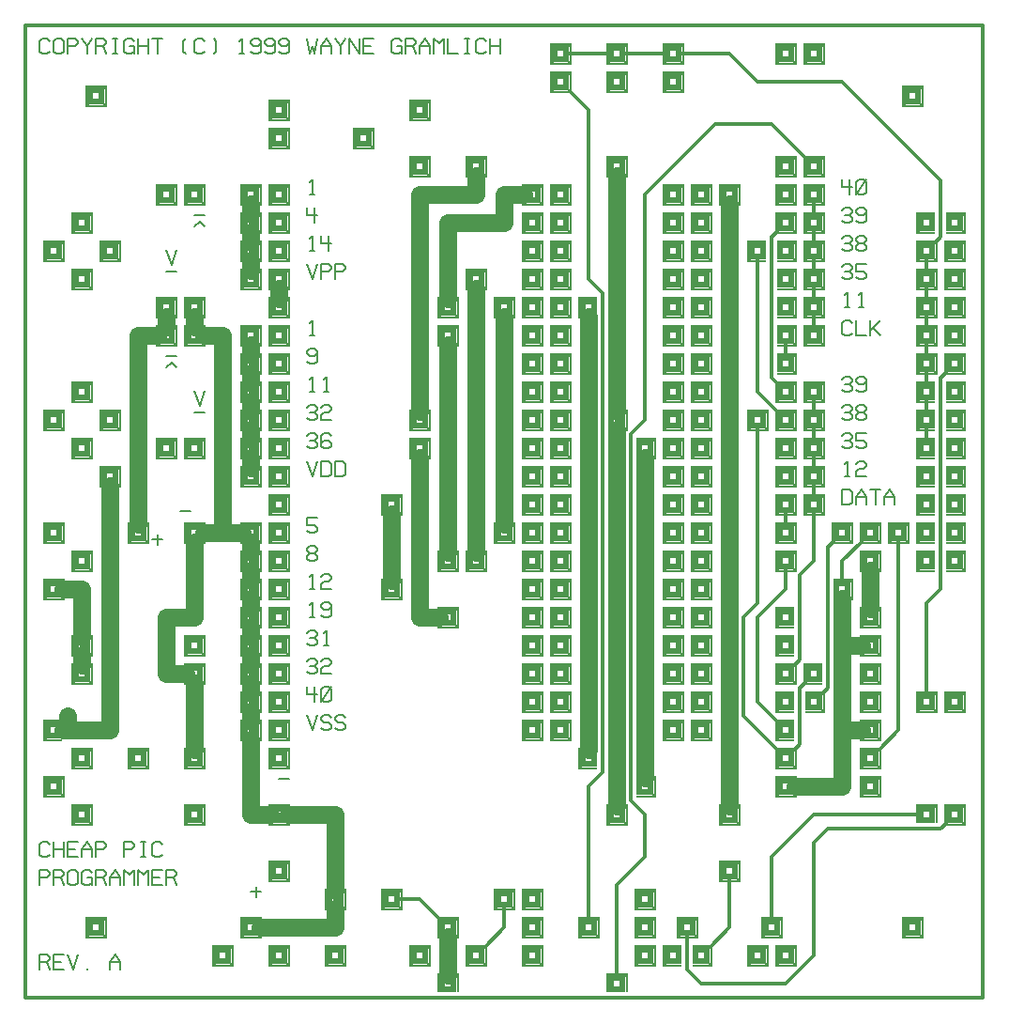
<source format=gtl>
%MOIN*%
%FSLAX23Y23*%
%ADD10C,.012*%
%ADD11C,.062*%
%ADD12C,.050X.024*%
%ADD13R,.062X.062X.024*%
%ADD14C,.016*%
%ADD15R,.008X.062*%
%ADD16R,.062X.008*%
%ADD17C,.008*%
%LPD*%
G90*X0Y0D02*X50Y100D02*D17*Y154D01*X77D01*        
X86Y145D01*Y136D01*X77Y127D01*X50D01*X77D02*      
X86Y100D01*X136D02*X100D01*Y154D01*X136D01*       
X100Y127D02*X127D01*X150Y154D02*X168Y100D01*      
X186Y154D01*X218Y100D03*X300D02*Y127D01*          
X318Y154D01*X336Y127D01*Y100D01*X300Y127D02*      
X336D01*D13*X250Y250D03*D14*X281Y281D03*Y219D03*  
X219Y281D03*Y219D03*D15*X285Y250D03*X215D03*D16*  
X250Y285D03*Y215D03*X50Y400D02*D17*Y454D01*X77D01*
X86Y445D01*Y436D01*X77Y427D01*X50D01*X100Y400D02* 
Y454D01*X127D01*X136Y445D01*Y436D01*X127Y427D01*  
X100D01*X127D02*X136Y400D01*X186Y409D02*          
X177Y400D01*X159D01*X150Y409D01*Y445D01*          
X159Y454D01*X177D01*X186Y445D01*Y409D01*X236D02*  
X227Y400D01*X209D01*X200Y409D01*Y445D01*          
X209Y454D01*X227D01*X236Y445D01*X218Y427D02*      
X236D01*Y400D01*X250D02*Y454D01*X277D01*          
X286Y445D01*Y436D01*X277Y427D01*X250D01*X277D02*  
X286Y400D01*X300D02*Y427D01*X318Y454D01*          
X336Y427D01*Y400D01*X300Y427D02*X336D01*          
X350Y400D02*Y454D01*X368Y436D01*X386Y454D01*      
Y400D01*X400D02*Y454D01*X418Y436D01*X436Y454D01*  
Y400D01*X486D02*X450D01*Y454D01*X486D01*          
X450Y427D02*X477D01*X500Y400D02*Y454D01*X527D01*  
X536Y445D01*Y436D01*X527Y427D01*X500D01*X527D02*  
X536Y400D01*X86Y509D02*X77Y500D01*X59D01*         
X50Y509D01*Y545D01*X59Y554D01*X77D01*X86Y545D01*  
X100Y500D02*Y554D01*X136Y500D02*Y554D01*          
X100Y527D02*X136D01*X186Y500D02*X150D01*Y554D01*  
X186D01*X150Y527D02*X177D01*X200Y500D02*Y527D01*  
X218Y554D01*X236Y527D01*Y500D01*X200Y527D02*      
X236D01*X250Y500D02*Y554D01*X277D01*X286Y545D01*  
Y536D01*X277Y527D01*X250D01*X350Y500D02*Y554D01*  
X377D01*X386Y545D01*Y536D01*X377Y527D01*X350D01*  
X418Y500D02*Y554D01*X409Y500D02*X427D01*          
X409Y554D02*X427D01*X486Y509D02*X477Y500D01*      
X459D01*X450Y509D01*Y545D01*X459Y554D01*X477D01*  
X486Y545D01*D13*X600Y650D03*D14*X631Y681D03*      
Y619D03*X569Y681D03*Y619D03*D15*X635Y650D03*      
X565D03*D16*X600Y685D03*Y615D03*D13*X200Y650D03*  
D14*X231Y681D03*Y619D03*X169Y681D03*Y619D03*D15*  
X235Y650D03*X165D03*D16*X200Y685D03*Y615D03*D13*  
X700Y150D03*D14*X731Y181D03*Y119D03*X669Y181D03*  
Y119D03*D15*X735Y150D03*X665D03*D16*X700Y185D03*  
Y115D03*D13*X100Y750D03*D14*X131Y781D03*Y719D03*  
X69Y781D03*Y719D03*D15*X135Y750D03*X65D03*D16*    
X100Y785D03*Y715D03*D13*X800Y250D03*D14*          
X831Y281D03*Y219D03*X769Y281D03*Y219D03*D15*      
X835Y250D03*X765D03*D16*X800Y285D03*Y215D03*      
X831Y250D02*D11*X1100D01*Y319D01*D13*Y350D03*D14* 
X1131Y381D03*Y319D03*X1069Y381D03*Y319D03*D15*    
X1135Y350D03*X1065D03*D16*X1100Y385D03*Y315D03*   
Y381D02*D11*Y650D01*X931D01*D13*X900D03*D14*      
X931Y681D03*Y619D03*X869Y681D03*Y619D03*D15*      
X935Y650D03*X865D03*D16*X900Y685D03*Y615D03*      
X869Y650D02*D11*X800D01*Y919D01*D13*Y950D03*D14*  
X831Y981D03*Y919D03*X769Y981D03*Y919D03*D15*      
X835Y950D03*X765D03*D16*X800Y985D03*Y915D03*      
Y981D02*D11*Y1019D01*D13*Y1050D03*D14*            
X831Y1081D03*Y1019D03*X769Y1081D03*Y1019D03*D15*  
X835Y1050D03*X765D03*D16*X800Y1085D03*Y1015D03*   
Y1081D02*D11*Y1119D01*D13*Y1150D03*D14*           
X831Y1181D03*Y1119D03*X769Y1181D03*Y1119D03*D15*  
X835Y1150D03*X765D03*D16*X800Y1185D03*Y1115D03*   
Y1181D02*D11*Y1219D01*D13*Y1250D03*D14*           
X831Y1281D03*Y1219D03*X769Y1281D03*Y1219D03*D15*  
X835Y1250D03*X765D03*D16*X800Y1285D03*Y1215D03*   
Y1281D02*D11*Y1319D01*D13*Y1350D03*D14*           
X831Y1381D03*Y1319D03*X769Y1381D03*Y1319D03*D15*  
X835Y1350D03*X765D03*D16*X800Y1385D03*Y1315D03*   
Y1381D02*D11*Y1419D01*D13*Y1450D03*D14*           
X831Y1481D03*Y1419D03*X769Y1481D03*Y1419D03*D15*  
X835Y1450D03*X765D03*D16*X800Y1485D03*Y1415D03*   
Y1481D02*D11*Y1519D01*D13*Y1550D03*D14*           
X831Y1581D03*Y1519D03*X769Y1581D03*Y1519D03*D15*  
X835Y1550D03*X765D03*D16*X800Y1585D03*Y1515D03*   
Y1581D02*D11*Y1619D01*D13*Y1650D03*D14*           
X831Y1681D03*Y1619D03*X769Y1681D03*Y1619D03*D15*  
X835Y1650D03*X765D03*D16*X800Y1685D03*Y1615D03*   
X769Y1650D02*D11*X700D01*X631D01*D13*X600D03*D14* 
X631Y1681D03*Y1619D03*X569Y1681D03*Y1619D03*D15*  
X635Y1650D03*X565D03*D16*X600Y1685D03*Y1615D03*   
Y1619D02*D11*Y1350D01*X500D01*Y1150D01*X569D01*   
D13*X600D03*D14*X631Y1181D03*Y1119D03*            
X569Y1181D03*Y1119D03*D15*X635Y1150D03*X565D03*   
D16*X600Y1185D03*Y1115D03*Y1119D02*D11*Y881D01*   
D13*Y850D03*D14*X631Y881D03*Y819D03*X569Y881D03*  
Y819D03*D15*X635Y850D03*X565D03*D16*X600Y885D03*  
Y815D03*D13*X400Y850D03*D14*X431Y881D03*Y819D03*  
X369Y881D03*Y819D03*D15*X435Y850D03*X365D03*D16*  
X400Y885D03*Y815D03*D13*X900Y1150D03*D14*         
X931Y1181D03*Y1119D03*X869Y1181D03*Y1119D03*D15*  
X935Y1150D03*X865D03*D16*X900Y1185D03*Y1115D03*   
Y777D02*D17*X936D01*X300Y950D02*D11*X150D01*      
X131D01*D13*X100D03*D14*X69Y981D03*Y919D03*D15*   
X65Y950D03*D16*X100Y985D03*Y915D03*X150Y1000D02*  
D11*Y950D01*D13*X200Y850D03*D14*X231Y881D03*      
Y819D03*X169Y881D03*Y819D03*D15*X235Y850D03*      
X165D03*D16*X200Y885D03*Y815D03*X300Y950D02*D11*  
Y1819D01*D13*Y1850D03*D14*X331Y1881D03*Y1819D03*  
X269Y1881D03*Y1819D03*D15*X335Y1850D03*X265D03*   
D16*X300Y1885D03*Y1815D03*D13*X200Y1950D03*D14*   
X231Y1981D03*Y1919D03*X169Y1981D03*Y1919D03*D15*  
X235Y1950D03*X165D03*D16*X200Y1985D03*Y1915D03*   
D13*X100Y2050D03*D14*X131Y2081D03*Y2019D03*       
X69Y2081D03*Y2019D03*D15*X135Y2050D03*X65D03*D16* 
X100Y2085D03*Y2015D03*D13*Y1650D03*D14*           
X131Y1681D03*Y1619D03*X69Y1681D03*Y1619D03*D15*   
X135Y1650D03*X65D03*D16*X100Y1685D03*Y1615D03*D13*
X300Y2050D03*D14*X331Y2081D03*Y2019D03*           
X269Y2081D03*Y2019D03*D15*X335Y2050D03*X265D03*   
D16*X300Y2085D03*Y2015D03*D13*X500Y1950D03*D14*   
X531Y1981D03*Y1919D03*X469Y1981D03*Y1919D03*D15*  
X535Y1950D03*X465D03*D16*X500Y1985D03*Y1915D03*   
D13*X400Y1650D03*D14*X431Y1681D03*Y1619D03*       
X369Y1681D03*Y1619D03*D15*X435Y1650D03*X365D03*   
D16*X400Y1685D03*Y1615D03*Y1681D02*D11*Y2350D01*  
X469D01*D13*X500D03*D14*X531Y2381D03*Y2319D03*    
X469Y2381D03*Y2319D03*D15*X535Y2350D03*X465D03*   
D16*X500Y2385D03*Y2315D03*Y2381D02*D11*Y2419D01*  
D13*Y2450D03*D14*X531Y2481D03*Y2419D03*           
X469Y2481D03*Y2419D03*D15*X535Y2450D03*X465D03*   
D16*X500Y2485D03*Y2415D03*D13*X600Y2350D03*D14*   
X631Y2381D03*Y2319D03*X569Y2381D03*Y2319D03*D15*  
X635Y2350D03*X565D03*D16*X600Y2385D03*Y2315D03*   
X631Y2350D02*D11*X700D01*Y1650D01*X550Y1727D02*   
D17*X586D01*D13*X900Y1450D03*D14*X931Y1481D03*    
Y1419D03*X869Y1481D03*Y1419D03*D15*X935Y1450D03*  
X865D03*D16*X900Y1485D03*Y1415D03*D13*Y1850D03*   
D14*X931Y1881D03*Y1819D03*X869Y1881D03*Y1819D03*  
D15*X935Y1850D03*X865D03*D16*X900Y1885D03*        
Y1815D03*D13*Y1550D03*D14*X931Y1581D03*Y1519D03*  
X869Y1581D03*Y1519D03*D15*X935Y1550D03*X865D03*   
D16*X900Y1585D03*Y1515D03*D13*X800Y1850D03*D14*   
X831Y1881D03*Y1819D03*X769Y1881D03*Y1819D03*D15*  
X835Y1850D03*X765D03*D16*X800Y1885D03*Y1815D03*   
Y1881D02*D11*Y1919D01*D13*Y1950D03*D14*           
X831Y1981D03*Y1919D03*X769Y1981D03*Y1919D03*D15*  
X835Y1950D03*X765D03*D16*X800Y1985D03*Y1915D03*   
Y1981D02*D11*Y2019D01*D13*Y2050D03*D14*           
X831Y2081D03*Y2019D03*X769Y2081D03*Y2019D03*D15*  
X835Y2050D03*X765D03*D16*X800Y2085D03*Y2015D03*   
Y2081D02*D11*Y2119D01*D13*Y2150D03*D14*           
X831Y2181D03*Y2119D03*X769Y2181D03*Y2119D03*D15*  
X835Y2150D03*X765D03*D16*X800Y2185D03*Y2115D03*   
Y2181D02*D11*Y2219D01*D13*Y2250D03*D14*           
X831Y2281D03*Y2219D03*X769Y2281D03*Y2219D03*D15*  
X835Y2250D03*X765D03*D16*X800Y2285D03*Y2215D03*   
Y2281D02*D11*Y2319D01*D13*Y2350D03*D14*           
X831Y2381D03*Y2319D03*X769Y2381D03*Y2319D03*D15*  
X835Y2350D03*X765D03*D16*X800Y2385D03*Y2315D03*   
D13*X900Y2250D03*D14*X931Y2281D03*Y2219D03*       
X869Y2281D03*Y2219D03*D15*X935Y2250D03*X865D03*   
D16*X900Y2285D03*Y2215D03*D13*Y2450D03*D14*       
X931Y2481D03*Y2419D03*X869Y2481D03*Y2419D03*D15*  
X935Y2450D03*X865D03*D16*X900Y2485D03*Y2415D03*   
Y2481D02*D11*Y2519D01*D13*Y2550D03*D14*           
X931Y2581D03*Y2519D03*X869Y2581D03*Y2519D03*D15*  
X935Y2550D03*X865D03*D16*X900Y2585D03*Y2515D03*   
X1009Y2695D02*D17*X1018Y2704D01*Y2650D01*X1009D02*
X1027D01*X1077Y2704D02*Y2650D01*X1050Y2704D02*    
Y2677D01*X1086D01*D13*X800Y2650D03*D14*           
X831Y2681D03*Y2619D03*X769Y2681D03*Y2619D03*D15*  
X835Y2650D03*X765D03*D16*X800Y2685D03*Y2615D03*   
Y2619D02*D11*Y2581D01*D13*Y2550D03*D14*           
X831Y2581D03*Y2519D03*X769Y2581D03*Y2519D03*D15*  
X835Y2550D03*X765D03*D16*X800Y2585D03*Y2515D03*   
D13*X900Y2650D03*D14*X931Y2681D03*Y2619D03*       
X869Y2681D03*Y2619D03*D15*X935Y2650D03*X865D03*   
D16*X900Y2685D03*Y2615D03*X800Y2681D02*D11*       
Y2719D01*D13*Y2750D03*D14*X831Y2781D03*Y2719D03*  
X769Y2781D03*Y2719D03*D15*X835Y2750D03*X765D03*   
D16*X800Y2785D03*Y2715D03*Y2781D02*D11*Y2819D01*  
D13*Y2850D03*D14*X831Y2881D03*Y2819D03*           
X769Y2881D03*Y2819D03*D15*X835Y2850D03*X765D03*   
D16*X800Y2885D03*Y2815D03*D13*X900Y2750D03*D14*   
X931Y2781D03*Y2719D03*X869Y2781D03*Y2719D03*D15*  
X935Y2750D03*X865D03*D16*X900Y2785D03*Y2715D03*   
D13*Y2850D03*D14*X931Y2881D03*Y2819D03*           
X869Y2881D03*Y2819D03*D15*X935Y2850D03*X865D03*   
D16*X900Y2885D03*Y2815D03*X1009Y2695D02*D17*      
X1018Y2704D01*Y2650D01*X1009D02*X1027D01*         
X1077Y2704D02*Y2650D01*X1050Y2704D02*Y2677D01*    
X1086D01*X1027Y2804D02*Y2750D01*X1000Y2804D02*    
Y2777D01*X1036D01*D13*X900Y3050D03*D14*           
X931Y3081D03*Y3019D03*X869Y3081D03*Y3019D03*D15*  
X935Y3050D03*X865D03*D16*X900Y3085D03*Y3015D03*   
X1009Y2895D02*D17*X1018Y2904D01*Y2850D01*X1009D02*
X1027D01*D13*X600D03*D14*X631Y2881D03*Y2819D03*   
X569Y2881D03*Y2819D03*D15*X635Y2850D03*X565D03*   
D16*X600Y2885D03*Y2815D03*Y2777D02*D17*X636D01*   
X600Y2736D02*X618Y2754D01*X636Y2736D01*           
X500Y2577D02*X536D01*D13*X900Y3150D03*D14*        
X931Y3181D03*Y3119D03*X869Y3181D03*Y3119D03*D15*  
X935Y3150D03*X865D03*D16*X900Y3185D03*Y3115D03*   
D13*X500Y2850D03*D14*X531Y2881D03*Y2819D03*       
X469Y2881D03*Y2819D03*D15*X535Y2850D03*X465D03*   
D16*X500Y2885D03*Y2815D03*X1000Y2604D02*D17*      
X1018Y2550D01*X1036Y2604D01*X1050Y2550D02*        
Y2604D01*X1077D01*X1086Y2595D01*Y2586D01*         
X1077Y2577D01*X1050D01*X1100Y2550D02*Y2604D01*    
X1127D01*X1136Y2595D01*Y2586D01*X1127Y2577D01*    
X1100D01*X500Y2654D02*X518Y2600D01*X536Y2654D01*  
D13*X600Y2450D03*D14*X631Y2481D03*Y2419D03*       
X569Y2481D03*Y2419D03*D15*X635Y2450D03*X565D03*   
D16*X600Y2485D03*Y2415D03*Y2419D02*D11*Y2381D01*  
X500Y2277D02*D17*X536D01*X500Y2236D02*            
X518Y2254D01*X536Y2236D01*X500Y2577D02*X536D01*   
X600Y2154D02*X618Y2100D01*X636Y2154D01*           
X500Y2654D02*X518Y2600D01*X536Y2654D01*D13*       
X900Y2050D03*D14*X931Y2081D03*Y2019D03*           
X869Y2081D03*Y2019D03*D15*X935Y2050D03*X865D03*   
D16*X900Y2085D03*Y2015D03*D13*X300Y2650D03*D14*   
X331Y2681D03*Y2619D03*X269Y2681D03*Y2619D03*D15*  
X335Y2650D03*X265D03*D16*X300Y2685D03*Y2615D03*   
D13*X900Y2150D03*D14*X931Y2181D03*Y2119D03*       
X869Y2181D03*Y2119D03*D15*X935Y2150D03*X865D03*   
D16*X900Y2185D03*Y2115D03*D13*Y2350D03*D14*       
X931Y2381D03*Y2319D03*X869Y2381D03*Y2319D03*D15*  
X935Y2350D03*X865D03*D16*X900Y2385D03*Y2315D03*   
X600Y2077D02*D17*X636D01*X600Y2736D02*            
X618Y2754D01*X636Y2736D01*X1000Y1995D02*          
X1009Y2004D01*X1027D01*X1036Y1995D01*Y1986D01*    
X1027Y1977D01*X1009D01*X1027D02*X1036Y1968D01*    
Y1959D01*X1027Y1950D01*X1009D01*X1000Y1959D01*    
X1086Y1995D02*X1077Y2004D01*X1059D01*             
X1050Y1995D01*Y1959D01*X1059Y1950D01*X1077D01*    
X1086Y1959D01*Y1968D01*X1077Y1977D01*X1059D01*    
X1050Y1968D01*X1027Y2804D02*Y2750D01*             
X1000Y2804D02*Y2777D01*X1036D01*D13*X200Y2750D03* 
D14*X231Y2781D03*Y2719D03*X169Y2781D03*Y2719D03*  
D15*X235Y2750D03*X165D03*D16*X200Y2785D03*        
Y2715D03*X1000Y2095D02*D17*X1009Y2104D01*X1027D01*
X1036Y2095D01*Y2086D01*X1027Y2077D01*X1009D01*    
X1027D02*X1036Y2068D01*Y2059D01*X1027Y2050D01*    
X1009D01*X1000Y2059D01*X1050Y2095D02*             
X1059Y2104D01*X1077D01*X1086Y2095D01*Y2086D01*    
X1077Y2077D01*X1059D01*X1050Y2068D01*Y2050D01*    
X1086D01*X1009Y2195D02*X1018Y2204D01*Y2150D01*    
X1009D02*X1027D01*X1059Y2195D02*X1068Y2204D01*    
Y2150D01*X1059D02*X1077D01*D13*X200Y2550D03*D14*  
X231Y2581D03*Y2519D03*X169Y2581D03*Y2519D03*D15*  
X235Y2550D03*X165D03*D16*X200Y2585D03*Y2515D03*   
X1036Y2286D02*D17*X1027Y2277D01*X1009D01*         
X1000Y2286D01*Y2295D01*X1009Y2304D01*X1027D01*    
X1036Y2295D01*Y2259D01*X1027Y2250D01*X1009D01*    
X1000Y2259D01*X1009Y2395D02*X1018Y2404D01*        
Y2350D01*X1009D02*X1027D01*X600Y2777D02*X636D01*  
D13*X600Y1950D03*D14*X631Y1981D03*Y1919D03*       
X569Y1981D03*Y1919D03*D15*X635Y1950D03*X565D03*   
D16*X600Y1985D03*Y1915D03*X1000Y2604D02*D17*      
X1018Y2550D01*X1036Y2604D01*X1050Y2550D02*        
Y2604D01*X1077D01*X1086Y2595D01*Y2586D01*         
X1077Y2577D01*X1050D01*X1100Y2550D02*Y2604D01*    
X1127D01*X1136Y2595D01*Y2586D01*X1127Y2577D01*    
X1100D01*D13*X200Y2150D03*D14*X231Y2181D03*       
Y2119D03*X169Y2181D03*Y2119D03*D15*X235Y2150D03*  
X165D03*D16*X200Y2185D03*Y2115D03*X1009Y2695D02*  
D17*X1018Y2704D01*Y2650D01*X1009D02*X1027D01*     
X1077Y2704D02*Y2650D01*X1050Y2704D02*Y2677D01*    
X1086D01*D13*X900Y1950D03*D14*X931Y1981D03*       
Y1919D03*X869Y1981D03*Y1919D03*D15*X935Y1950D03*  
X865D03*D16*X900Y1985D03*Y1915D03*X1009Y2895D02*  
D17*X1018Y2904D01*Y2850D01*X1009D02*X1027D01*D13* 
X100Y2650D03*D14*X131Y2681D03*Y2619D03*           
X69Y2681D03*Y2619D03*D15*X135Y2650D03*X65D03*D16* 
X100Y2685D03*Y2615D03*X1000Y1904D02*D17*          
X1018Y1850D01*X1036Y1904D01*X1050Y1850D02*        
Y1904D01*X1077D01*X1086Y1895D01*Y1859D01*         
X1077Y1850D01*X1050D01*X1100D02*Y1904D01*X1127D01*
X1136Y1895D01*Y1859D01*X1127Y1850D01*X1100D01*D13*
X900Y1750D03*D14*X931Y1781D03*Y1719D03*           
X869Y1781D03*Y1719D03*D15*X935Y1750D03*X865D03*   
D16*X900Y1785D03*Y1715D03*X550Y1727D02*D17*       
X586D01*D13*X1300Y1750D03*D14*X1331Y1781D03*      
Y1719D03*X1269Y1781D03*Y1719D03*D15*X1335Y1750D03*
X1265D03*D16*X1300Y1785D03*Y1715D03*Y1719D02*D11* 
Y1481D01*D13*Y1450D03*D14*X1331Y1481D03*Y1419D03* 
X1269Y1481D03*Y1419D03*D15*X1335Y1450D03*X1265D03*
D16*X1300Y1485D03*Y1415D03*X1400Y1350D02*D11*     
X1469D01*D13*X1500D03*D14*X1531Y1381D03*Y1319D03* 
X1469Y1381D03*Y1319D03*D15*X1535Y1350D03*X1465D03*
D16*X1500Y1385D03*Y1315D03*X1400Y1350D02*D11*     
Y1919D01*D13*Y1950D03*D14*X1431Y1981D03*Y1919D03* 
X1369Y1981D03*Y1919D03*D15*X1435Y1950D03*X1365D03*
D16*X1400Y1985D03*Y1915D03*D13*Y2050D03*D14*      
X1431Y2081D03*Y2019D03*X1369Y2081D03*Y2019D03*D15*
X1435Y2050D03*X1365D03*D16*X1400Y2085D03*Y2015D03*
Y2081D02*D11*Y2850D01*X1600D01*Y2919D01*D13*      
Y2950D03*D14*X1631Y2981D03*Y2919D03*X1569Y2981D03*
Y2919D03*D15*X1635Y2950D03*X1565D03*D16*          
X1600Y2985D03*Y2915D03*X1700Y2850D02*D11*Y2750D01*
X1500D01*Y2481D01*D13*Y2450D03*D14*X1531Y2481D03* 
Y2419D03*X1469Y2481D03*Y2419D03*D15*X1535Y2450D03*
X1465D03*D16*X1500Y2485D03*Y2415D03*D13*          
X1600Y2550D03*D14*X1631Y2581D03*Y2519D03*         
X1569Y2581D03*Y2519D03*D15*X1635Y2550D03*X1565D03*
D16*X1600Y2585D03*Y2515D03*Y2519D02*D11*Y1581D01* 
D13*Y1550D03*D14*X1631Y1581D03*Y1519D03*          
X1569Y1581D03*Y1519D03*D15*X1635Y1550D03*X1565D03*
D16*X1600Y1585D03*Y1515D03*D13*X1700Y1650D03*D14* 
X1731Y1681D03*Y1619D03*X1669Y1681D03*Y1619D03*D15*
X1735Y1650D03*X1665D03*D16*X1700Y1685D03*Y1615D03*
Y1681D02*D11*Y2419D01*D13*Y2450D03*D14*           
X1731Y2481D03*Y2419D03*X1669Y2481D03*Y2419D03*D15*
X1735Y2450D03*X1665D03*D16*X1700Y2485D03*Y2415D03*
D13*X1800Y2350D03*D14*X1831Y2381D03*Y2319D03*     
X1769Y2381D03*Y2319D03*D15*X1835Y2350D03*X1765D03*
D16*X1800Y2385D03*Y2315D03*D13*Y2550D03*D14*      
X1831Y2581D03*Y2519D03*X1769Y2581D03*Y2519D03*D15*
X1835Y2550D03*X1765D03*D16*X1800Y2585D03*Y2515D03*
D13*Y2450D03*D14*X1831Y2481D03*Y2419D03*          
X1769Y2481D03*Y2419D03*D15*X1835Y2450D03*X1765D03*
D16*X1800Y2485D03*Y2415D03*D13*X1900Y2250D03*D14* 
X1931Y2281D03*Y2219D03*X1869Y2281D03*Y2219D03*D15*
X1935Y2250D03*X1865D03*D16*X1900Y2285D03*Y2215D03*
D13*Y2650D03*D14*X1931Y2681D03*Y2619D03*          
X1869Y2681D03*Y2619D03*D15*X1935Y2650D03*X1865D03*
D16*X1900Y2685D03*Y2615D03*D13*Y2350D03*D14*      
X1931Y2381D03*Y2319D03*X1869Y2381D03*Y2319D03*D15*
X1935Y2350D03*X1865D03*D16*X1900Y2385D03*Y2315D03*
D13*X1800Y2650D03*D14*X1831Y2681D03*Y2619D03*     
X1769Y2681D03*Y2619D03*D15*X1835Y2650D03*X1765D03*
D16*X1800Y2685D03*Y2615D03*D13*X1900Y2450D03*D14* 
X1931Y2481D03*Y2419D03*X1869Y2481D03*Y2419D03*D15*
X1935Y2450D03*X1865D03*D16*X1900Y2485D03*Y2415D03*
D13*Y2550D03*D14*X1931Y2581D03*Y2519D03*          
X1869Y2581D03*Y2519D03*D15*X1935Y2550D03*X1865D03*
D16*X1900Y2585D03*Y2515D03*D13*X1500Y2350D03*D14* 
X1531Y2381D03*Y2319D03*X1469Y2381D03*Y2319D03*D15*
X1535Y2350D03*X1465D03*D16*X1500Y2385D03*Y2315D03*
Y2319D02*D11*Y1581D01*D13*Y1550D03*D14*           
X1531Y1581D03*Y1519D03*X1469Y1581D03*Y1519D03*D15*
X1535Y1550D03*X1465D03*D16*X1500Y1585D03*Y1515D03*
D13*X1800Y1250D03*D14*X1831Y1281D03*Y1219D03*     
X1769Y1281D03*Y1219D03*D15*X1835Y1250D03*X1765D03*
D16*X1800Y1285D03*Y1215D03*D13*Y1850D03*D14*      
X1831Y1881D03*Y1819D03*X1769Y1881D03*Y1819D03*D15*
X1835Y1850D03*X1765D03*D16*X1800Y1885D03*Y1815D03*
D13*Y1350D03*D14*X1831Y1381D03*Y1319D03*          
X1769Y1381D03*Y1319D03*D15*X1835Y1350D03*X1765D03*
D16*X1800Y1385D03*Y1315D03*D13*Y1450D03*D14*      
X1831Y1481D03*Y1419D03*X1769Y1481D03*Y1419D03*D15*
X1835Y1450D03*X1765D03*D16*X1800Y1485D03*Y1415D03*
D13*Y1550D03*D14*X1831Y1581D03*Y1519D03*          
X1769Y1581D03*Y1519D03*D15*X1835Y1550D03*X1765D03*
D16*X1800Y1585D03*Y1515D03*D13*Y1650D03*D14*      
X1831Y1681D03*Y1619D03*X1769Y1681D03*Y1619D03*D15*
X1835Y1650D03*X1765D03*D16*X1800Y1685D03*Y1615D03*
D13*Y1750D03*D14*X1831Y1781D03*Y1719D03*          
X1769Y1781D03*Y1719D03*D15*X1835Y1750D03*X1765D03*
D16*X1800Y1785D03*Y1715D03*D13*X1900Y1150D03*D14* 
X1931Y1181D03*Y1119D03*X1869Y1181D03*Y1119D03*D15*
X1935Y1150D03*X1865D03*D16*X1900Y1185D03*Y1115D03*
D13*Y1950D03*D14*X1931Y1981D03*Y1919D03*          
X1869Y1981D03*Y1919D03*D15*X1935Y1950D03*X1865D03*
D16*X1900Y1985D03*Y1915D03*D13*Y1250D03*D14*      
X1931Y1281D03*Y1219D03*X1869Y1281D03*Y1219D03*D15*
X1935Y1250D03*X1865D03*D16*X1900Y1285D03*Y1215D03*
D13*X1800Y1950D03*D14*X1831Y1981D03*Y1919D03*     
X1769Y1981D03*Y1919D03*D15*X1835Y1950D03*X1765D03*
D16*X1800Y1985D03*Y1915D03*D13*X1900Y1350D03*D14* 
X1931Y1381D03*Y1319D03*X1869Y1381D03*Y1319D03*D15*
X1935Y1350D03*X1865D03*D16*X1900Y1385D03*Y1315D03*
D13*Y1450D03*D14*X1931Y1481D03*Y1419D03*          
X1869Y1481D03*Y1419D03*D15*X1935Y1450D03*X1865D03*
D16*X1900Y1485D03*Y1415D03*D13*Y1550D03*D14*      
X1931Y1581D03*Y1519D03*X1869Y1581D03*Y1519D03*D15*
X1935Y1550D03*X1865D03*D16*X1900Y1585D03*Y1515D03*
D13*Y1650D03*D14*X1931Y1681D03*Y1619D03*          
X1869Y1681D03*Y1619D03*D15*X1935Y1650D03*X1865D03*
D16*X1900Y1685D03*Y1615D03*D13*Y1750D03*D14*      
X1931Y1781D03*Y1719D03*X1869Y1781D03*Y1719D03*D15*
X1935Y1750D03*X1865D03*D16*X1900Y1785D03*Y1715D03*
D13*Y1850D03*D14*X1931Y1881D03*Y1819D03*          
X1869Y1881D03*Y1819D03*D15*X1935Y1850D03*X1865D03*
D16*X1900Y1885D03*Y1815D03*D13*X1800Y1150D03*D14* 
X1831Y1181D03*Y1119D03*X1769Y1181D03*Y1119D03*D15*
X1835Y1150D03*X1765D03*D16*X1800Y1185D03*Y1115D03*
X1000Y2095D02*D17*X1009Y2104D01*X1027D01*         
X1036Y2095D01*Y2086D01*X1027Y2077D01*X1009D01*    
X1027D02*X1036Y2068D01*Y2059D01*X1027Y2050D01*    
X1009D01*X1000Y2059D01*X1050Y2095D02*             
X1059Y2104D01*X1077D01*X1086Y2095D01*Y2086D01*    
X1077Y2077D01*X1059D01*X1050Y2068D01*Y2050D01*    
X1086D01*X1027Y1104D02*Y1050D01*X1000Y1104D02*    
Y1077D01*X1036D01*X1086Y1059D02*X1077Y1050D01*    
X1059D01*X1050Y1059D01*Y1095D01*X1059Y1104D01*    
X1077D01*X1086Y1095D01*Y1059D01*X1050Y1050D02*    
X1086Y1104D01*D13*X1900Y2050D03*D14*X1931Y2081D03*
Y2019D03*X1869Y2081D03*Y2019D03*D15*X1935Y2050D03*
X1865D03*D16*X1900Y2085D03*Y2015D03*X1000Y1995D02*
D17*X1009Y2004D01*X1027D01*X1036Y1995D01*Y1986D01*
X1027Y1977D01*X1009D01*X1027D02*X1036Y1968D01*    
Y1959D01*X1027Y1950D01*X1009D01*X1000Y1959D01*    
X1086Y1995D02*X1077Y2004D01*X1059D01*             
X1050Y1995D01*Y1959D01*X1059Y1950D01*X1077D01*    
X1086Y1959D01*Y1968D01*X1077Y1977D01*X1059D01*    
X1050Y1968D01*D13*X1800Y2050D03*D14*X1831Y2081D03*
Y2019D03*X1769Y2081D03*Y2019D03*D15*X1835Y2050D03*
X1765D03*D16*X1800Y2085D03*Y2015D03*X1000Y1904D02*
D17*X1018Y1850D01*X1036Y1904D01*X1050Y1850D02*    
Y1904D01*X1077D01*X1086Y1895D01*Y1859D01*         
X1077Y1850D01*X1050D01*X1100D02*Y1904D01*X1127D01*
X1136Y1895D01*Y1859D01*X1127Y1850D01*X1100D01*    
X1036Y1704D02*X1000D01*Y1677D01*X1027D01*         
X1036Y1668D01*Y1659D01*X1027Y1650D01*X1009D01*    
X1000Y1659D01*X1009Y1577D02*X1000Y1586D01*        
Y1595D01*X1009Y1604D01*X1027D01*X1036Y1595D01*    
Y1586D01*X1027Y1577D01*X1009D01*X1000Y1568D01*    
Y1559D01*X1009Y1550D01*X1027D01*X1036Y1559D01*    
Y1568D01*X1027Y1577D01*X1009Y1495D02*             
X1018Y1504D01*Y1450D01*X1009D02*X1027D01*         
X1050Y1495D02*X1059Y1504D01*X1077D01*             
X1086Y1495D01*Y1486D01*X1077Y1477D01*X1059D01*    
X1050Y1468D01*Y1450D01*X1086D01*X1009Y1395D02*    
X1018Y1404D01*Y1350D01*X1009D02*X1027D01*         
X1086Y1386D02*X1077Y1377D01*X1059D01*             
X1050Y1386D01*Y1395D01*X1059Y1404D01*X1077D01*    
X1086Y1395D01*Y1359D01*X1077Y1350D01*X1059D01*    
X1050Y1359D01*X1000Y1295D02*X1009Y1304D01*        
X1027D01*X1036Y1295D01*Y1286D01*X1027Y1277D01*    
X1009D01*X1027D02*X1036Y1268D01*Y1259D01*         
X1027Y1250D01*X1009D01*X1000Y1259D01*             
X1059Y1295D02*X1068Y1304D01*Y1250D01*X1059D02*    
X1077D01*D13*X1800Y1050D03*D14*X1831Y1081D03*     
Y1019D03*X1769Y1081D03*Y1019D03*D15*X1835Y1050D03*
X1765D03*D16*X1800Y1085D03*Y1015D03*X1000Y1195D02*
D17*X1009Y1204D01*X1027D01*X1036Y1195D01*Y1186D01*
X1027Y1177D01*X1009D01*X1027D02*X1036Y1168D01*    
Y1159D01*X1027Y1150D01*X1009D01*X1000Y1159D01*    
X1050Y1195D02*X1059Y1204D01*X1077D01*             
X1086Y1195D01*Y1186D01*X1077Y1177D01*X1059D01*    
X1050Y1168D01*Y1150D01*X1086D01*D13*X1900Y1050D03*
D14*X1931Y1081D03*Y1019D03*X1869Y1081D03*Y1019D03*
D15*X1935Y1050D03*X1865D03*D16*X1900Y1085D03*     
Y1015D03*D13*X900Y950D03*D14*X931Y981D03*Y919D03* 
X869Y981D03*Y919D03*D15*X935Y950D03*X865D03*D16*  
X900Y985D03*Y915D03*X1000Y1004D02*D17*            
X1018Y950D01*X1036Y1004D01*X1086Y995D02*          
X1077Y1004D01*X1059D01*X1050Y995D01*Y986D01*      
X1059Y977D01*X1077D01*X1086Y968D01*Y959D01*       
X1077Y950D01*X1059D01*X1050Y959D01*X1136Y995D02*  
X1127Y1004D01*X1109D01*X1100Y995D01*Y986D01*      
X1109Y977D01*X1127D01*X1136Y968D01*Y959D01*       
X1127Y950D01*X1109D01*X1100Y959D01*D13*           
X1900Y2150D03*D14*X1931Y2181D03*Y2119D03*         
X1869Y2181D03*Y2119D03*D15*X1935Y2150D03*X1865D03*
D16*X1900Y2185D03*Y2115D03*D13*X1800Y2150D03*D14* 
X1831Y2181D03*Y2119D03*X1769Y2181D03*Y2119D03*D15*
X1835Y2150D03*X1765D03*D16*X1800Y2185D03*Y2115D03*
D13*X900Y1650D03*D14*X931Y1681D03*Y1619D03*       
X869Y1681D03*Y1619D03*D15*X935Y1650D03*X865D03*   
D16*X900Y1685D03*Y1615D03*D13*Y1350D03*D14*       
X931Y1381D03*Y1319D03*X869Y1381D03*Y1319D03*D15*  
X935Y1350D03*X865D03*D16*X900Y1385D03*Y1315D03*   
D13*Y1250D03*D14*X931Y1281D03*Y1219D03*           
X869Y1281D03*Y1219D03*D15*X935Y1250D03*X865D03*   
D16*X900Y1285D03*Y1215D03*D13*X1800Y950D03*D14*   
X1831Y981D03*Y919D03*X1769Y981D03*Y919D03*D15*    
X1835Y950D03*X1765D03*D16*X1800Y985D03*Y915D03*   
D13*X1900Y950D03*D14*X1931Y981D03*Y919D03*        
X1869Y981D03*Y919D03*D15*X1935Y950D03*X1865D03*   
D16*X1900Y985D03*Y915D03*D13*X2100Y2050D03*D14*   
X2131Y2081D03*Y2019D03*D15*X2135Y2050D03*D16*     
X2100Y2085D03*Y2015D03*Y2019D02*D11*Y681D01*D13*  
Y650D03*D14*X2131Y681D03*Y619D03*X2069Y681D03*    
Y619D03*D15*X2135Y650D03*X2065D03*D16*            
X2100Y685D03*Y615D03*X2150Y700D02*D10*            
X2200Y650D01*Y500D01*X2100Y400D01*Y81D01*D13*     
Y50D03*D14*X2131Y81D03*X2069D03*D15*X2135Y50D03*  
X2065D03*D16*X2100Y85D03*D13*X2200Y150D03*D14*    
X2231Y181D03*Y119D03*X2169Y181D03*Y119D03*D15*    
X2235Y150D03*X2165D03*D16*X2200Y185D03*Y115D03*   
D13*Y250D03*D14*X2231Y281D03*Y219D03*X2169Y281D03*
Y219D03*D15*X2235Y250D03*X2165D03*D16*            
X2200Y285D03*Y215D03*D13*X2300Y150D03*D14*        
X2269Y181D03*Y119D03*D15*X2265Y150D03*D16*        
X2300Y185D03*Y115D03*D13*X2000Y250D03*D14*        
X2031Y281D03*Y219D03*X1969Y281D03*Y219D03*D15*    
X2035Y250D03*X1965D03*D16*X2000Y285D03*Y215D03*   
Y281D02*D10*Y750D01*X2050Y800D01*Y2500D01*        
X2000Y2550D01*Y3150D01*X1931Y3219D01*D13*         
X1900Y3250D03*D14*X1931Y3281D03*Y3219D03*         
X1869Y3281D03*Y3219D03*D15*X1935Y3250D03*X1865D03*
D16*X1900Y3285D03*Y3215D03*D13*Y3350D03*D14*      
X1931Y3381D03*Y3319D03*X1869Y3381D03*Y3319D03*D15*
X1935Y3350D03*X1865D03*D16*X1900Y3385D03*Y3315D03*
X1931Y3350D02*D10*X2069D01*D13*X2100D03*D14*      
X2131Y3381D03*Y3319D03*X2069Y3381D03*Y3319D03*D15*
X2135Y3350D03*X2065D03*D16*X2100Y3385D03*Y3315D03*
X2131Y3350D02*D10*X2269D01*D13*X2300D03*D14*      
X2331Y3381D03*Y3319D03*X2269Y3381D03*Y3319D03*D15*
X2335Y3350D03*X2265D03*D16*X2300Y3385D03*Y3315D03*
X2331Y3350D02*D10*X2500D01*X2600Y3250D01*X2900D01*
X3250Y2900D01*Y2700D01*X3231Y2681D01*D13*         
X3200Y2650D03*D14*X3231Y2681D03*Y2619D03*         
X3169Y2681D03*Y2619D03*D15*X3235Y2650D03*X3165D03*
D16*X3200Y2685D03*Y2615D03*Y2619D02*D10*Y2581D01* 
D13*Y2550D03*D14*X3231Y2581D03*Y2519D03*          
X3169Y2581D03*Y2519D03*D15*X3235Y2550D03*X3165D03*
D16*X3200Y2585D03*Y2515D03*Y2519D02*D10*Y2481D01* 
D13*Y2450D03*D14*X3231Y2481D03*Y2419D03*          
X3169Y2481D03*Y2419D03*D15*X3235Y2450D03*X3165D03*
D16*X3200Y2485D03*Y2415D03*Y2419D02*D10*Y2381D01* 
D13*Y2350D03*D14*X3231Y2381D03*Y2319D03*          
X3169Y2381D03*Y2319D03*D15*X3235Y2350D03*X3165D03*
D16*X3200Y2385D03*Y2315D03*Y2319D02*D10*Y2281D01* 
D13*Y2250D03*D14*X3231Y2281D03*Y2219D03*          
X3169Y2281D03*Y2219D03*D15*X3235Y2250D03*X3165D03*
D16*X3200Y2285D03*Y2215D03*Y2219D02*D10*Y2181D01* 
D13*Y2150D03*D14*X3169Y2181D03*Y2119D03*D15*      
X3165Y2150D03*D16*X3200Y2185D03*Y2115D03*Y2119D02*
D10*Y2081D01*D13*Y2050D03*D14*X3169Y2081D03*      
Y2019D03*D15*X3165Y2050D03*D16*X3200Y2085D03*     
Y2015D03*Y2019D02*D10*Y1981D01*D13*Y1950D03*D14*  
X3169Y1981D03*Y1919D03*D15*X3165Y1950D03*D16*     
X3200Y1985D03*Y1915D03*D13*X3300Y1850D03*D14*     
X3331Y1881D03*Y1819D03*D15*X3335Y1850D03*D16*     
X3300Y1885D03*Y1815D03*D13*Y2050D03*D14*          
X3331Y2081D03*Y2019D03*D15*X3335Y2050D03*D16*     
X3300Y2085D03*Y2015D03*D13*Y1950D03*D14*          
X3331Y1981D03*Y1919D03*D15*X3335Y1950D03*D16*     
X3300Y1985D03*Y1915D03*D13*X3200Y1850D03*D14*     
X3169Y1881D03*Y1819D03*D15*X3165Y1850D03*D16*     
X3200Y1885D03*Y1815D03*D13*X3300Y2150D03*D14*     
X3331Y2181D03*Y2119D03*D15*X3335Y2150D03*D16*     
X3300Y2185D03*Y2115D03*D13*X3200Y1750D03*D14*     
X3169Y1781D03*Y1719D03*D15*X3165Y1750D03*D16*     
X3200Y1785D03*Y1715D03*D13*X3300Y1750D03*D14*     
X3331Y1781D03*Y1719D03*D15*X3335Y1750D03*D16*     
X3300Y1785D03*Y1715D03*X3250Y2200D02*D10*Y1450D01*
X3200Y1400D01*Y1081D01*D13*Y1050D03*D14*          
X3231Y1081D03*Y1019D03*X3169Y1081D03*Y1019D03*D15*
X3235Y1050D03*X3165D03*D16*X3200Y1085D03*Y1015D03*
X3100Y950D02*D10*X3031Y881D01*D13*X3000Y850D03*   
D14*X3031Y881D03*Y819D03*X2969Y881D03*Y819D03*D15*
X3035Y850D03*X2965D03*D16*X3000Y885D03*Y815D03*   
X3100Y950D02*D10*Y1619D01*D13*Y1650D03*D14*       
X3131Y1681D03*Y1619D03*X3069Y1681D03*Y1619D03*D15*
X3135Y1650D03*X3065D03*D16*X3100Y1685D03*Y1615D03*
D13*X3200Y1550D03*D14*X3169Y1581D03*Y1519D03*D15* 
X3165Y1550D03*D16*X3200Y1585D03*Y1515D03*D13*     
X3000Y1550D03*D14*X3031Y1581D03*Y1519D03*         
X2969Y1581D03*Y1519D03*D15*X3035Y1550D03*X2965D03*
D16*X3000Y1585D03*Y1515D03*Y1519D02*D11*Y1381D01* 
D13*Y1350D03*D14*X3031Y1381D03*Y1319D03*          
X2969Y1381D03*Y1319D03*D15*X3035Y1350D03*X2965D03*
D16*X3000Y1385D03*Y1315D03*D13*X2900Y1450D03*D14* 
X2931Y1481D03*Y1419D03*D15*X2935Y1450D03*D16*     
X2900Y1485D03*Y1415D03*Y1419D02*D11*Y1250D01*     
Y950D01*Y750D01*X2731D01*D13*X2700D03*D14*        
X2731Y781D03*Y719D03*X2669Y781D03*Y719D03*D15*    
X2735Y750D03*X2665D03*D16*X2700Y785D03*Y715D03*   
X2800Y650D02*D10*X2650Y500D01*Y281D01*D13*Y250D03*
D14*X2681Y281D03*Y219D03*X2619Y281D03*Y219D03*D15*
X2685Y250D03*X2615D03*D16*X2650Y285D03*Y215D03*   
D13*X2600Y150D03*D14*X2631Y181D03*Y119D03*        
X2569Y181D03*Y119D03*D15*X2635Y150D03*X2565D03*   
D16*X2600Y185D03*Y115D03*D13*X2700Y150D03*D14*    
X2731Y181D03*Y119D03*X2669Y181D03*Y119D03*D15*    
X2735Y150D03*X2665D03*D16*X2700Y185D03*Y115D03*   
X2800Y150D02*D10*X2700Y50D01*X2400D01*            
X2350Y100D01*Y219D01*D13*Y250D03*D14*X2381Y281D03*
Y219D03*X2319Y281D03*Y219D03*D15*X2385Y250D03*    
X2315D03*D16*X2350Y285D03*Y215D03*D13*            
X2400Y150D03*D14*X2431Y181D03*Y119D03*D15*        
X2435Y150D03*D16*X2400Y185D03*Y115D03*            
X2431Y181D02*D10*X2500Y250D01*Y419D01*D13*Y450D03*
D14*X2531Y481D03*Y419D03*X2469Y481D03*Y419D03*D15*
X2535Y450D03*X2465D03*D16*X2500Y485D03*Y415D03*   
D13*Y650D03*D14*X2531Y681D03*Y619D03*X2469Y681D03*
Y619D03*D15*X2535Y650D03*X2465D03*D16*            
X2500Y685D03*Y615D03*Y681D02*D11*Y2819D01*D13*    
Y2850D03*D14*X2531Y2881D03*Y2819D03*X2469Y2881D03*
Y2819D03*D15*X2535Y2850D03*X2465D03*D16*          
X2500Y2885D03*Y2815D03*D13*X2400Y2750D03*D14*     
X2431Y2781D03*Y2719D03*X2369Y2781D03*Y2719D03*D15*
X2435Y2750D03*X2365D03*D16*X2400Y2785D03*Y2715D03*
D13*Y2850D03*D14*X2431Y2881D03*Y2819D03*          
X2369Y2881D03*Y2819D03*D15*X2435Y2850D03*X2365D03*
D16*X2400Y2885D03*Y2815D03*X2650Y2700D02*D10*     
Y2200D01*X2669Y2181D01*D13*X2700Y2150D03*D14*     
X2731Y2181D03*Y2119D03*X2669Y2181D03*Y2119D03*D15*
X2735Y2150D03*X2665D03*D16*X2700Y2185D03*Y2115D03*
D13*X2800Y2050D03*D14*X2831Y2081D03*Y2019D03*     
X2769Y2081D03*Y2019D03*D15*X2835Y2050D03*X2765D03*
D16*X2800Y2085D03*Y2015D03*Y2019D02*D10*Y1981D01* 
D13*Y1950D03*D14*X2831Y1981D03*Y1919D03*          
X2769Y1981D03*Y1919D03*D15*X2835Y1950D03*X2765D03*
D16*X2800Y1985D03*Y1915D03*Y1919D02*D10*Y1881D01* 
D13*Y1850D03*D14*X2831Y1881D03*Y1819D03*          
X2769Y1881D03*Y1819D03*D15*X2835Y1850D03*X2765D03*
D16*X2800Y1885D03*Y1815D03*Y1819D02*D10*Y1781D01* 
D13*Y1750D03*D14*X2831Y1781D03*Y1719D03*          
X2769Y1781D03*Y1719D03*D15*X2835Y1750D03*X2765D03*
D16*X2800Y1785D03*Y1715D03*Y1719D02*D10*Y1550D01* 
X2750Y1500D01*Y1200D01*X2731Y1181D01*D13*         
X2700Y1150D03*D14*X2731Y1181D03*Y1119D03*         
X2669Y1181D03*Y1119D03*D15*X2735Y1150D03*X2665D03*
D16*X2700Y1185D03*Y1115D03*X2750Y1100D02*D10*     
Y900D01*X2731Y881D01*D13*X2700Y850D03*D14*        
X2731Y881D03*Y819D03*X2669Y881D03*Y819D03*D15*    
X2735Y850D03*X2665D03*D16*X2700Y885D03*Y815D03*   
X2669Y881D02*D10*X2550Y1000D01*Y1350D01*          
X2600Y1400D01*Y2019D01*D13*Y2050D03*D14*          
X2631Y2081D03*Y2019D03*X2569Y2081D03*Y2019D03*D15*
X2635Y2050D03*X2565D03*D16*X2600Y2085D03*Y2015D03*
D13*X2700Y1950D03*D14*X2731Y1981D03*Y1919D03*     
X2669Y1981D03*Y1919D03*D15*X2735Y1950D03*X2665D03*
D16*X2700Y1985D03*Y1915D03*D13*Y2050D03*D14*      
X2731Y2081D03*Y2019D03*X2669Y2081D03*Y2019D03*D15*
X2735Y2050D03*X2665D03*D16*X2700Y2085D03*Y2015D03*
X2669Y2081D02*D10*X2600Y2150D01*Y2619D01*D13*     
Y2650D03*D14*X2569Y2681D03*Y2619D03*D15*          
X2565Y2650D03*D16*X2600Y2685D03*Y2615D03*         
X2650Y2700D02*D10*X2669Y2719D01*D13*X2700Y2750D03*
D14*X2731Y2781D03*Y2719D03*X2669Y2781D03*Y2719D03*
D15*X2735Y2750D03*X2665D03*D16*X2700Y2785D03*     
Y2715D03*D13*X2800Y2650D03*D14*X2831Y2681D03*     
Y2619D03*X2769Y2681D03*Y2619D03*D15*X2835Y2650D03*
X2765D03*D16*X2800Y2685D03*Y2615D03*Y2619D02*D10* 
Y2581D01*D13*Y2550D03*D14*X2831Y2581D03*Y2519D03* 
X2769Y2581D03*Y2519D03*D15*X2835Y2550D03*X2765D03*
D16*X2800Y2585D03*Y2515D03*Y2519D02*D10*Y2481D01* 
D13*Y2450D03*D14*X2831Y2481D03*Y2419D03*          
X2769Y2481D03*Y2419D03*D15*X2835Y2450D03*X2765D03*
D16*X2800Y2485D03*Y2415D03*Y2419D02*D10*Y2381D01* 
D13*Y2350D03*D14*X2831Y2381D03*Y2319D03*          
X2769Y2381D03*Y2319D03*D15*X2835Y2350D03*X2765D03*
D16*X2800Y2385D03*Y2315D03*X2909Y2495D02*D17*     
X2918Y2504D01*Y2450D01*X2909D02*X2927D01*         
X2959Y2495D02*X2968Y2504D01*Y2450D01*X2959D02*    
X2977D01*D13*X2700D03*D14*X2731Y2481D03*Y2419D03* 
D15*X2735Y2450D03*D16*X2700Y2485D03*Y2415D03*D13* 
Y2250D03*D14*X2731Y2281D03*Y2219D03*D15*          
X2735Y2250D03*D16*X2700Y2285D03*Y2215D03*Y2281D02*
D10*Y2319D01*D13*Y2350D03*D14*X2731Y2381D03*      
Y2319D03*D15*X2735Y2350D03*D16*X2700Y2385D03*     
Y2315D03*X2900Y2195D02*D17*X2909Y2204D01*X2927D01*
X2936Y2195D01*Y2186D01*X2927Y2177D01*X2909D01*    
X2927D02*X2936Y2168D01*Y2159D01*X2927Y2150D01*    
X2909D01*X2900Y2159D01*X2986Y2186D02*             
X2977Y2177D01*X2959D01*X2950Y2186D01*Y2195D01*    
X2959Y2204D01*X2977D01*X2986Y2195D01*Y2159D01*    
X2977Y2150D01*X2959D01*X2950Y2159D01*             
X2900Y2595D02*X2909Y2604D01*X2927D01*             
X2936Y2595D01*Y2586D01*X2927Y2577D01*X2909D01*    
X2927D02*X2936Y2568D01*Y2559D01*X2927Y2550D01*    
X2909D01*X2900Y2559D01*X2986Y2604D02*X2950D01*    
Y2577D01*X2977D01*X2986Y2568D01*Y2559D01*         
X2977Y2550D01*X2959D01*X2950Y2559D01*             
X2936Y2359D02*X2927Y2350D01*X2909D01*             
X2900Y2359D01*Y2395D01*X2909Y2404D01*X2927D01*    
X2936Y2395D01*X2950Y2404D02*Y2350D01*X2986D01*    
X3000D02*Y2404D01*Y2368D02*X3036Y2404D01*         
X3009Y2377D02*X3036Y2350D01*D13*X2700Y2550D03*D14*
X2731Y2581D03*Y2519D03*D15*X2735Y2550D03*D16*     
X2700Y2585D03*Y2515D03*X2909Y2495D02*D17*         
X2918Y2504D01*Y2450D01*X2909D02*X2927D01*         
X2959Y2495D02*X2968Y2504D01*Y2450D01*X2959D02*    
X2977D01*D13*X2800Y2150D03*D14*X2831Y2181D03*     
Y2119D03*X2769Y2181D03*Y2119D03*D15*X2835Y2150D03*
X2765D03*D16*X2800Y2185D03*Y2115D03*Y2119D02*D10* 
Y2081D01*X2900Y1995D02*D17*X2909Y2004D01*X2927D01*
X2936Y1995D01*Y1986D01*X2927Y1977D01*X2909D01*    
X2927D02*X2936Y1968D01*Y1959D01*X2927Y1950D01*    
X2909D01*X2900Y1959D01*X2986Y2004D02*X2950D01*    
Y1977D01*X2977D01*X2986Y1968D01*Y1959D01*         
X2977Y1950D01*X2959D01*X2950Y1959D01*             
X2900Y2195D02*X2909Y2204D01*X2927D01*             
X2936Y2195D01*Y2186D01*X2927Y2177D01*X2909D01*    
X2927D02*X2936Y2168D01*Y2159D01*X2927Y2150D01*    
X2909D01*X2900Y2159D01*X2986Y2186D02*             
X2977Y2177D01*X2959D01*X2950Y2186D01*Y2195D01*    
X2959Y2204D01*X2977D01*X2986Y2195D01*Y2159D01*    
X2977Y2150D01*X2959D01*X2950Y2159D01*             
X2900Y2095D02*X2909Y2104D01*X2927D01*             
X2936Y2095D01*Y2086D01*X2927Y2077D01*X2909D01*    
X2927D02*X2936Y2068D01*Y2059D01*X2927Y2050D01*    
X2909D01*X2900Y2059D01*X2959Y2077D02*             
X2950Y2086D01*Y2095D01*X2959Y2104D01*X2977D01*    
X2986Y2095D01*Y2086D01*X2977Y2077D01*X2959D01*    
X2950Y2068D01*Y2059D01*X2959Y2050D01*X2977D01*    
X2986Y2059D01*Y2068D01*X2977Y2077D01*D13*         
X2700Y1850D03*D14*X2731Y1881D03*Y1819D03*         
X2669Y1881D03*Y1819D03*D15*X2735Y1850D03*X2665D03*
D16*X2700Y1885D03*Y1815D03*X2909Y1895D02*D17*     
X2918Y1904D01*Y1850D01*X2909D02*X2927D01*         
X2950Y1895D02*X2959Y1904D01*X2977D01*             
X2986Y1895D01*Y1886D01*X2977Y1877D01*X2959D01*    
X2950Y1868D01*Y1850D01*X2986D01*X2936Y2359D02*    
X2927Y2350D01*X2909D01*X2900Y2359D01*Y2395D01*    
X2909Y2404D01*X2927D01*X2936Y2395D01*             
X2950Y2404D02*Y2350D01*X2986D01*X3000D02*Y2404D01*
Y2368D02*X3036Y2404D01*X3009Y2377D02*             
X3036Y2350D01*D13*X2700Y1750D03*D14*X2731Y1781D03*
Y1719D03*X2669Y1781D03*Y1719D03*D15*X2735Y1750D03*
X2665D03*D16*X2700Y1785D03*Y1715D03*Y1719D02*D10* 
Y1681D01*D13*Y1650D03*D14*X2731Y1681D03*Y1619D03* 
X2669Y1681D03*Y1619D03*D15*X2735Y1650D03*X2665D03*
D16*X2700Y1685D03*Y1615D03*D13*Y1550D03*D14*      
X2731Y1581D03*Y1519D03*X2669Y1581D03*Y1519D03*D15*
X2735Y1550D03*X2665D03*D16*X2700Y1585D03*Y1515D03*
Y1519D02*D10*Y1450D01*X2600Y1350D01*Y1050D01*     
X2669Y981D01*D13*X2700Y950D03*D14*X2669Y981D03*   
Y919D03*D15*X2665Y950D03*D16*X2700Y985D03*Y915D03*
D13*X2800Y1050D03*D14*X2831Y1081D03*Y1019D03*D15* 
X2835Y1050D03*D16*X2800Y1085D03*Y1015D03*         
X2831Y1081D02*D10*X2850Y1100D01*Y1600D01*         
X2869Y1619D01*D13*X2900Y1650D03*D14*X2931Y1681D03*
Y1619D03*X2869Y1681D03*Y1619D03*D15*X2935Y1650D03*
X2865D03*D16*X2900Y1685D03*Y1615D03*D13*          
X3000Y1650D03*D14*X3031Y1681D03*Y1619D03*         
X2969Y1681D03*Y1619D03*D15*X3035Y1650D03*X2965D03*
D16*X3000Y1685D03*Y1615D03*X2969Y1619D02*D10*     
X2900Y1550D01*Y1481D01*D13*X2700Y1250D03*D14*     
X2669Y1281D03*Y1219D03*D15*X2665Y1250D03*D16*     
X2700Y1285D03*Y1215D03*X2900Y1250D02*D11*X2969D01*
D13*X3000D03*D14*X3031Y1281D03*Y1219D03*          
X2969Y1281D03*Y1219D03*D15*X3035Y1250D03*X2965D03*
D16*X3000Y1285D03*Y1215D03*D13*Y1150D03*D14*      
X3031Y1181D03*Y1119D03*X2969Y1181D03*Y1119D03*D15*
X3035Y1150D03*X2965D03*D16*X3000Y1185D03*Y1115D03*
D13*Y1050D03*D14*X3031Y1081D03*Y1019D03*          
X2969Y1081D03*Y1019D03*D15*X3035Y1050D03*X2965D03*
D16*X3000Y1085D03*Y1015D03*D13*X2800Y1150D03*D14* 
X2769Y1181D03*Y1119D03*D15*X2765Y1150D03*D16*     
X2800Y1185D03*Y1115D03*X2769Y1119D02*D10*         
X2750Y1100D01*D13*X2700Y1050D03*D14*X2669Y1081D03*
Y1019D03*D15*X2665Y1050D03*D16*X2700Y1085D03*     
Y1015D03*X2900Y950D02*D11*X2969D01*D13*X3000D03*  
D14*X3031Y981D03*Y919D03*X2969Y981D03*Y919D03*D15*
X3035Y950D03*X2965D03*D16*X3000Y985D03*Y915D03*   
D13*Y750D03*D14*X3031Y781D03*Y719D03*X2969Y781D03*
Y719D03*D15*X3035Y750D03*X2965D03*D16*            
X3000Y785D03*Y715D03*D13*X3300Y650D03*D14*        
X3331Y681D03*Y619D03*X3269Y681D03*Y619D03*D15*    
X3335Y650D03*X3265D03*D16*X3300Y685D03*Y615D03*   
X3269Y619D02*D10*X3250Y600D01*X2850D01*           
X2800Y550D01*Y150D01*D13*X3150Y250D03*D14*        
X3181Y281D03*Y219D03*X3119Y281D03*Y219D03*D15*    
X3185Y250D03*X3115D03*D16*X3150Y285D03*Y215D03*   
D13*X3200Y650D03*D14*X3231Y681D03*X3169D03*D15*   
X3235Y650D03*X3165D03*D16*X3200Y685D03*           
X3169Y650D02*D10*X2800D01*D13*X2400Y1050D03*D14*  
X2431Y1081D03*Y1019D03*X2369Y1081D03*Y1019D03*D15*
X2435Y1050D03*X2365D03*D16*X2400Y1085D03*Y1015D03*
D13*Y950D03*D14*X2431Y981D03*Y919D03*X2369Y981D03*
Y919D03*D15*X2435Y950D03*X2365D03*D16*            
X2400Y985D03*Y915D03*D13*X2300Y1150D03*D14*       
X2331Y1181D03*Y1119D03*X2269Y1181D03*Y1119D03*D15*
X2335Y1150D03*X2265D03*D16*X2300Y1185D03*Y1115D03*
D13*Y1050D03*D14*X2331Y1081D03*Y1019D03*          
X2269Y1081D03*Y1019D03*D15*X2335Y1050D03*X2265D03*
D16*X2300Y1085D03*Y1015D03*D13*Y950D03*D14*       
X2331Y981D03*Y919D03*X2269Y981D03*Y919D03*D15*    
X2335Y950D03*X2265D03*D16*X2300Y985D03*Y915D03*   
D13*X3300Y1050D03*D14*X3331Y1081D03*Y1019D03*     
X3269Y1081D03*Y1019D03*D15*X3335Y1050D03*X3265D03*
D16*X3300Y1085D03*Y1015D03*D13*X2400Y1150D03*D14* 
X2431Y1181D03*Y1119D03*X2369Y1181D03*Y1119D03*D15*
X2435Y1150D03*X2365D03*D16*X2400Y1185D03*Y1115D03*
D13*X2200Y750D03*D14*X2231Y781D03*Y719D03*D15*    
X2235Y750D03*D16*X2200Y785D03*Y715D03*Y781D02*D11*
Y1919D01*D13*Y1950D03*D14*X2231Y1981D03*Y1919D03* 
D15*X2235Y1950D03*D16*X2200Y1985D03*Y1915D03*     
X2150Y2000D02*D10*Y700D01*D13*X2000Y850D03*D14*   
X1969Y881D03*Y819D03*D15*X1965Y850D03*D16*        
X2000Y885D03*Y815D03*Y881D02*D11*Y2419D01*D13*    
Y2450D03*D14*X1969Y2481D03*Y2419D03*D15*          
X1965Y2450D03*D16*X2000Y2485D03*Y2415D03*D13*     
X1800Y2250D03*D14*X1831Y2281D03*Y2219D03*         
X1769Y2281D03*Y2219D03*D15*X1835Y2250D03*X1765D03*
D16*X1800Y2285D03*Y2215D03*D13*X2300Y2150D03*D14* 
X2331Y2181D03*Y2119D03*X2269Y2181D03*Y2119D03*D15*
X2335Y2150D03*X2265D03*D16*X2300Y2185D03*Y2115D03*
D13*Y2750D03*D14*X2331Y2781D03*Y2719D03*          
X2269Y2781D03*Y2719D03*D15*X2335Y2750D03*X2265D03*
D16*X2300Y2785D03*Y2715D03*D13*Y2250D03*D14*      
X2331Y2281D03*Y2219D03*X2269Y2281D03*Y2219D03*D15*
X2335Y2250D03*X2265D03*D16*X2300Y2285D03*Y2215D03*
D13*Y2350D03*D14*X2331Y2381D03*Y2319D03*          
X2269Y2381D03*Y2319D03*D15*X2335Y2350D03*X2265D03*
D16*X2300Y2385D03*Y2315D03*D13*Y2450D03*D14*      
X2331Y2481D03*Y2419D03*X2269Y2481D03*Y2419D03*D15*
X2335Y2450D03*X2265D03*D16*X2300Y2485D03*Y2415D03*
D13*Y2550D03*D14*X2331Y2581D03*Y2519D03*          
X2269Y2581D03*Y2519D03*D15*X2335Y2550D03*X2265D03*
D16*X2300Y2585D03*Y2515D03*D13*X1900Y2750D03*D14* 
X1931Y2781D03*Y2719D03*X1869Y2781D03*Y2719D03*D15*
X1935Y2750D03*X1865D03*D16*X1900Y2785D03*Y2715D03*
D13*X2300Y2650D03*D14*X2331Y2681D03*Y2619D03*     
X2269Y2681D03*Y2619D03*D15*X2335Y2650D03*X2265D03*
D16*X2300Y2685D03*Y2615D03*D13*X1800Y2750D03*D14* 
X1831Y2781D03*Y2719D03*X1769Y2781D03*Y2719D03*D15*
X1835Y2750D03*X1765D03*D16*X1800Y2785D03*Y2715D03*
D13*X2400Y2050D03*D14*X2431Y2081D03*Y2019D03*     
X2369Y2081D03*Y2019D03*D15*X2435Y2050D03*X2365D03*
D16*X2400Y2085D03*Y2015D03*D13*Y2150D03*D14*      
X2431Y2181D03*Y2119D03*X2369Y2181D03*Y2119D03*D15*
X2435Y2150D03*X2365D03*D16*X2400Y2185D03*Y2115D03*
D13*X2300Y2850D03*D14*X2331Y2881D03*Y2819D03*     
X2269Y2881D03*Y2819D03*D15*X2335Y2850D03*X2265D03*
D16*X2300Y2885D03*Y2815D03*D13*X2400Y2250D03*D14* 
X2431Y2281D03*Y2219D03*X2369Y2281D03*Y2219D03*D15*
X2435Y2250D03*X2365D03*D16*X2400Y2285D03*Y2215D03*
X2200Y2850D02*D10*Y2050D01*X2150Y2000D01*         
X2100Y2081D02*D11*Y2919D01*D13*Y2950D03*D14*      
X2131Y2981D03*Y2919D03*X2069Y2981D03*Y2919D03*D15*
X2135Y2950D03*X2065D03*D16*X2100Y2985D03*Y2915D03*
X2200Y2850D02*D10*X2450Y3100D01*X2650D01*         
X2769Y2981D01*D13*X2800Y2950D03*D14*X2831Y2981D03*
Y2919D03*X2769Y2981D03*Y2919D03*D15*X2835Y2950D03*
X2765D03*D16*X2800Y2985D03*Y2915D03*X2927Y2904D02*
D17*Y2850D01*X2900Y2904D02*Y2877D01*X2936D01*     
X2986Y2859D02*X2977Y2850D01*X2959D01*             
X2950Y2859D01*Y2895D01*X2959Y2904D01*X2977D01*    
X2986Y2895D01*Y2859D01*X2950Y2850D02*             
X2986Y2904D01*D13*X2700Y2850D03*D14*X2731Y2881D03*
Y2819D03*X2669Y2881D03*Y2819D03*D15*X2735Y2850D03*
X2665D03*D16*X2700Y2885D03*Y2815D03*D13*Y2950D03* 
D14*X2731Y2981D03*Y2919D03*X2669Y2981D03*Y2919D03*
D15*X2735Y2950D03*X2665D03*D16*X2700Y2985D03*     
Y2915D03*D13*X2800Y2850D03*D14*X2831Y2881D03*     
Y2819D03*X2769Y2881D03*Y2819D03*D15*X2835Y2850D03*
X2765D03*D16*X2800Y2885D03*Y2815D03*Y2819D02*D10* 
Y2781D01*D13*Y2750D03*D14*X2831Y2781D03*Y2719D03* 
X2769Y2781D03*Y2719D03*D15*X2835Y2750D03*X2765D03*
D16*X2800Y2785D03*Y2715D03*Y2719D02*D10*Y2681D01* 
X2900Y2595D02*D17*X2909Y2604D01*X2927D01*         
X2936Y2595D01*Y2586D01*X2927Y2577D01*X2909D01*    
X2927D02*X2936Y2568D01*Y2559D01*X2927Y2550D01*    
X2909D01*X2900Y2559D01*X2986Y2604D02*X2950D01*    
Y2577D01*X2977D01*X2986Y2568D01*Y2559D01*         
X2977Y2550D01*X2959D01*X2950Y2559D01*             
X2900Y2795D02*X2909Y2804D01*X2927D01*             
X2936Y2795D01*Y2786D01*X2927Y2777D01*X2909D01*    
X2927D02*X2936Y2768D01*Y2759D01*X2927Y2750D01*    
X2909D01*X2900Y2759D01*X2986Y2786D02*             
X2977Y2777D01*X2959D01*X2950Y2786D01*Y2795D01*    
X2959Y2804D01*X2977D01*X2986Y2795D01*Y2759D01*    
X2977Y2750D01*X2959D01*X2950Y2759D01*             
X2900Y2695D02*X2909Y2704D01*X2927D01*             
X2936Y2695D01*Y2686D01*X2927Y2677D01*X2909D01*    
X2927D02*X2936Y2668D01*Y2659D01*X2927Y2650D01*    
X2909D01*X2900Y2659D01*X2959Y2677D02*             
X2950Y2686D01*Y2695D01*X2959Y2704D01*X2977D01*    
X2986Y2695D01*Y2686D01*X2977Y2677D01*X2959D01*    
X2950Y2668D01*Y2659D01*X2959Y2650D01*X2977D01*    
X2986Y2659D01*Y2668D01*X2977Y2677D01*D13*         
X2700Y2650D03*D14*X2731Y2681D03*Y2619D03*D15*     
X2735Y2650D03*D16*X2700Y2685D03*Y2615D03*         
X2927Y2904D02*D17*Y2850D01*X2900Y2904D02*Y2877D01*
X2936D01*X2986Y2859D02*X2977Y2850D01*X2959D01*    
X2950Y2859D01*Y2895D01*X2959Y2904D01*X2977D01*    
X2986Y2895D01*Y2859D01*X2950Y2850D02*             
X2986Y2904D01*X2909Y2495D02*X2918Y2504D01*        
Y2450D01*X2909D02*X2927D01*X2959Y2495D02*         
X2968Y2504D01*Y2450D01*X2959D02*X2977D01*         
X2936Y2359D02*X2927Y2350D01*X2909D01*             
X2900Y2359D01*Y2395D01*X2909Y2404D01*X2927D01*    
X2936Y2395D01*X2950Y2404D02*Y2350D01*X2986D01*    
X3000D02*Y2404D01*Y2368D02*X3036Y2404D01*         
X3009Y2377D02*X3036Y2350D01*D13*X2400Y2650D03*D14*
X2431Y2681D03*Y2619D03*X2369Y2681D03*Y2619D03*D15*
X2435Y2650D03*X2365D03*D16*X2400Y2685D03*Y2615D03*
D13*X3200Y2750D03*D14*X3169Y2781D03*Y2719D03*D15* 
X3165Y2750D03*D16*X3200Y2785D03*Y2715D03*D13*     
X2400Y2550D03*D14*X2431Y2581D03*Y2519D03*         
X2369Y2581D03*Y2519D03*D15*X2435Y2550D03*X2365D03*
D16*X2400Y2585D03*Y2515D03*D13*Y2450D03*D14*      
X2431Y2481D03*Y2419D03*X2369Y2481D03*Y2419D03*D15*
X2435Y2450D03*X2365D03*D16*X2400Y2485D03*Y2415D03*
D13*Y2350D03*D14*X2431Y2381D03*Y2319D03*          
X2369Y2381D03*Y2319D03*D15*X2435Y2350D03*X2365D03*
D16*X2400Y2385D03*Y2315D03*X3250Y2200D02*D10*     
X3269Y2219D01*D13*X3300Y2250D03*D14*X3331Y2281D03*
Y2219D03*X3269Y2281D03*Y2219D03*D15*X3335Y2250D03*
X3265D03*D16*X3300Y2285D03*Y2215D03*D13*Y2350D03* 
D14*X3331Y2381D03*Y2319D03*X3269Y2381D03*Y2319D03*
D15*X3335Y2350D03*X3265D03*D16*X3300Y2385D03*     
Y2315D03*D13*Y2450D03*D14*X3331Y2481D03*Y2419D03* 
X3269Y2481D03*Y2419D03*D15*X3335Y2450D03*X3265D03*
D16*X3300Y2485D03*Y2415D03*D13*Y2550D03*D14*      
X3331Y2581D03*Y2519D03*X3269Y2581D03*Y2519D03*D15*
X3335Y2550D03*X3265D03*D16*X3300Y2585D03*Y2515D03*
X2900Y2695D02*D17*X2909Y2704D01*X2927D01*         
X2936Y2695D01*Y2686D01*X2927Y2677D01*X2909D01*    
X2927D02*X2936Y2668D01*Y2659D01*X2927Y2650D01*    
X2909D01*X2900Y2659D01*X2959Y2677D02*             
X2950Y2686D01*Y2695D01*X2959Y2704D01*X2977D01*    
X2986Y2695D01*Y2686D01*X2977Y2677D01*X2959D01*    
X2950Y2668D01*Y2659D01*X2959Y2650D01*X2977D01*    
X2986Y2659D01*Y2668D01*X2977Y2677D01*             
X2909Y1895D02*X2918Y1904D01*Y1850D01*X2909D02*    
X2927D01*X2950Y1895D02*X2959Y1904D01*X2977D01*    
X2986Y1895D01*Y1886D01*X2977Y1877D01*X2959D01*    
X2950Y1868D01*Y1850D01*X2986D01*X2900Y2595D02*    
X2909Y2604D01*X2927D01*X2936Y2595D01*Y2586D01*    
X2927Y2577D01*X2909D01*X2927D02*X2936Y2568D01*    
Y2559D01*X2927Y2550D01*X2909D01*X2900Y2559D01*    
X2986Y2604D02*X2950D01*Y2577D01*X2977D01*         
X2986Y2568D01*Y2559D01*X2977Y2550D01*X2959D01*    
X2950Y2559D01*X2909Y2495D02*X2918Y2504D01*        
Y2450D01*X2909D02*X2927D01*X2959Y2495D02*         
X2968Y2504D01*Y2450D01*X2959D02*X2977D01*         
X2936Y2359D02*X2927Y2350D01*X2909D01*             
X2900Y2359D01*Y2395D01*X2909Y2404D01*X2927D01*    
X2936Y2395D01*X2950Y2404D02*Y2350D01*X2986D01*    
X3000D02*Y2404D01*Y2368D02*X3036Y2404D01*         
X3009Y2377D02*X3036Y2350D01*D13*X3300Y2650D03*D14*
X3331Y2681D03*Y2619D03*X3269Y2681D03*Y2619D03*D15*
X3335Y2650D03*X3265D03*D16*X3300Y2685D03*Y2615D03*
X2900Y2195D02*D17*X2909Y2204D01*X2927D01*         
X2936Y2195D01*Y2186D01*X2927Y2177D01*X2909D01*    
X2927D02*X2936Y2168D01*Y2159D01*X2927Y2150D01*    
X2909D01*X2900Y2159D01*X2986Y2186D02*             
X2977Y2177D01*X2959D01*X2950Y2186D01*Y2195D01*    
X2959Y2204D01*X2977D01*X2986Y2195D01*Y2159D01*    
X2977Y2150D01*X2959D01*X2950Y2159D01*             
X2900Y2095D02*X2909Y2104D01*X2927D01*             
X2936Y2095D01*Y2086D01*X2927Y2077D01*X2909D01*    
X2927D02*X2936Y2068D01*Y2059D01*X2927Y2050D01*    
X2909D01*X2900Y2059D01*X2959Y2077D02*             
X2950Y2086D01*Y2095D01*X2959Y2104D01*X2977D01*    
X2986Y2095D01*Y2086D01*X2977Y2077D01*X2959D01*    
X2950Y2068D01*Y2059D01*X2959Y2050D01*X2977D01*    
X2986Y2059D01*Y2068D01*X2977Y2077D01*             
X2900Y1995D02*X2909Y2004D01*X2927D01*             
X2936Y1995D01*Y1986D01*X2927Y1977D01*X2909D01*    
X2927D02*X2936Y1968D01*Y1959D01*X2927Y1950D01*    
X2909D01*X2900Y1959D01*X2986Y2004D02*X2950D01*    
Y1977D01*X2977D01*X2986Y1968D01*Y1959D01*         
X2977Y1950D01*X2959D01*X2950Y1959D01*             
X2900Y1750D02*Y1804D01*X2927D01*X2936Y1795D01*    
Y1759D01*X2927Y1750D01*X2900D01*X2950D02*Y1777D01*
X2968Y1804D01*X2986Y1777D01*Y1750D01*             
X2950Y1777D02*X2986D01*X3018Y1750D02*Y1804D01*    
X3000D02*X3036D01*X3050Y1750D02*Y1777D01*         
X3068Y1804D01*X3086Y1777D01*Y1750D01*             
X3050Y1777D02*X3086D01*D13*X3300Y2750D03*D14*     
X3331Y2781D03*Y2719D03*D15*X3335Y2750D03*D16*     
X3300Y2785D03*Y2715D03*X2900Y2795D02*D17*         
X2909Y2804D01*X2927D01*X2936Y2795D01*Y2786D01*    
X2927Y2777D01*X2909D01*X2927D02*X2936Y2768D01*    
Y2759D01*X2927Y2750D01*X2909D01*X2900Y2759D01*    
X2986Y2786D02*X2977Y2777D01*X2959D01*             
X2950Y2786D01*Y2795D01*X2959Y2804D01*X2977D01*    
X2986Y2795D01*Y2759D01*X2977Y2750D01*X2959D01*    
X2950Y2759D01*D13*X3200Y1650D03*D14*X3169Y1681D03*
Y1619D03*D15*X3165Y1650D03*D16*X3200Y1685D03*     
Y1615D03*D13*X3300Y1650D03*D14*X3331Y1681D03*     
Y1619D03*D15*X3335Y1650D03*D16*X3300Y1685D03*     
Y1615D03*X2927Y2904D02*D17*Y2850D01*X2900Y2904D02*
Y2877D01*X2936D01*X2986Y2859D02*X2977Y2850D01*    
X2959D01*X2950Y2859D01*Y2895D01*X2959Y2904D01*    
X2977D01*X2986Y2895D01*Y2859D01*X2950Y2850D02*    
X2986Y2904D01*D13*X3300Y1550D03*D14*X3331Y1581D03*
Y1519D03*D15*X3335Y1550D03*D16*X3300Y1585D03*     
Y1515D03*D13*X2400Y1350D03*D14*X2431Y1381D03*     
Y1319D03*X2369Y1381D03*Y1319D03*D15*X2435Y1350D03*
X2365D03*D16*X2400Y1385D03*Y1315D03*D13*          
X2700Y1350D03*D14*X2669Y1381D03*Y1319D03*D15*     
X2665Y1350D03*D16*X2700Y1385D03*Y1315D03*D13*     
X2400Y1950D03*D14*X2431Y1981D03*Y1919D03*         
X2369Y1981D03*Y1919D03*D15*X2435Y1950D03*X2365D03*
D16*X2400Y1985D03*Y1915D03*D13*Y1850D03*D14*      
X2431Y1881D03*Y1819D03*X2369Y1881D03*Y1819D03*D15*
X2435Y1850D03*X2365D03*D16*X2400Y1885D03*Y1815D03*
D13*Y1750D03*D14*X2431Y1781D03*Y1719D03*          
X2369Y1781D03*Y1719D03*D15*X2435Y1750D03*X2365D03*
D16*X2400Y1785D03*Y1715D03*D13*Y1650D03*D14*      
X2431Y1681D03*Y1619D03*X2369Y1681D03*Y1619D03*D15*
X2435Y1650D03*X2365D03*D16*X2400Y1685D03*Y1615D03*
D13*Y1550D03*D14*X2431Y1581D03*Y1519D03*          
X2369Y1581D03*Y1519D03*D15*X2435Y1550D03*X2365D03*
D16*X2400Y1585D03*Y1515D03*D13*Y1450D03*D14*      
X2431Y1481D03*Y1419D03*X2369Y1481D03*Y1419D03*D15*
X2435Y1450D03*X2365D03*D16*X2400Y1485D03*Y1415D03*
D13*X3150Y3200D03*D14*X3181Y3231D03*Y3169D03*     
X3119Y3231D03*Y3169D03*D15*X3185Y3200D03*X3115D03*
D16*X3150Y3235D03*Y3165D03*D13*X2300Y3250D03*D14* 
X2331Y3281D03*Y3219D03*X2269Y3281D03*Y3219D03*D15*
X2335Y3250D03*X2265D03*D16*X2300Y3285D03*Y3215D03*
D13*Y1250D03*D14*X2331Y1281D03*Y1219D03*          
X2269Y1281D03*Y1219D03*D15*X2335Y1250D03*X2265D03*
D16*X2300Y1285D03*Y1215D03*D13*X2400Y1250D03*D14* 
X2431Y1281D03*Y1219D03*X2369Y1281D03*Y1219D03*D15*
X2435Y1250D03*X2365D03*D16*X2400Y1285D03*Y1215D03*
D13*X2300Y2050D03*D14*X2331Y2081D03*Y2019D03*     
X2269Y2081D03*Y2019D03*D15*X2335Y2050D03*X2265D03*
D16*X2300Y2085D03*Y2015D03*D13*Y1950D03*D14*      
X2331Y1981D03*Y1919D03*X2269Y1981D03*Y1919D03*D15*
X2335Y1950D03*X2265D03*D16*X2300Y1985D03*Y1915D03*
D13*Y1850D03*D14*X2331Y1881D03*Y1819D03*          
X2269Y1881D03*Y1819D03*D15*X2335Y1850D03*X2265D03*
D16*X2300Y1885D03*Y1815D03*D13*Y1750D03*D14*      
X2331Y1781D03*Y1719D03*X2269Y1781D03*Y1719D03*D15*
X2335Y1750D03*X2265D03*D16*X2300Y1785D03*Y1715D03*
D13*Y1650D03*D14*X2331Y1681D03*Y1619D03*          
X2269Y1681D03*Y1619D03*D15*X2335Y1650D03*X2265D03*
D16*X2300Y1685D03*Y1615D03*D13*Y1550D03*D14*      
X2331Y1581D03*Y1519D03*X2269Y1581D03*Y1519D03*D15*
X2335Y1550D03*X2265D03*D16*X2300Y1585D03*Y1515D03*
D13*Y1450D03*D14*X2331Y1481D03*Y1419D03*          
X2269Y1481D03*Y1419D03*D15*X2335Y1450D03*X2265D03*
D16*X2300Y1485D03*Y1415D03*D13*Y1350D03*D14*      
X2331Y1381D03*Y1319D03*X2269Y1381D03*Y1319D03*D15*
X2335Y1350D03*X2265D03*D16*X2300Y1385D03*Y1315D03*
D13*X2800Y3350D03*D14*X2831Y3381D03*Y3319D03*     
X2769Y3381D03*Y3319D03*D15*X2835Y3350D03*X2765D03*
D16*X2800Y3385D03*Y3315D03*D13*X2700Y3350D03*D14* 
X2731Y3381D03*Y3319D03*X2669Y3381D03*Y3319D03*D15*
X2735Y3350D03*X2665D03*D16*X2700Y3385D03*Y3315D03*
D13*X2100Y3250D03*D14*X2131Y3281D03*Y3219D03*     
X2069Y3281D03*Y3219D03*D15*X2135Y3250D03*X2065D03*
D16*X2100Y3285D03*Y3215D03*X3400Y3450D02*D10*     
Y0D01*X0D01*Y3450D01*X3400D01*X2927Y2904D02*D17*  
Y2850D01*X2900Y2904D02*Y2877D01*X2936D01*         
X2986Y2859D02*X2977Y2850D01*X2959D01*             
X2950Y2859D01*Y2895D01*X2959Y2904D01*X2977D01*    
X2986Y2895D01*Y2859D01*X2950Y2850D02*             
X2986Y2904D01*X2900Y2795D02*X2909Y2804D01*        
X2927D01*X2936Y2795D01*Y2786D01*X2927Y2777D01*    
X2909D01*X2927D02*X2936Y2768D01*Y2759D01*         
X2927Y2750D01*X2909D01*X2900Y2759D01*             
X2986Y2786D02*X2977Y2777D01*X2959D01*             
X2950Y2786D01*Y2795D01*X2959Y2804D01*X2977D01*    
X2986Y2795D01*Y2759D01*X2977Y2750D01*X2959D01*    
X2950Y2759D01*X2900Y2695D02*X2909Y2704D01*        
X2927D01*X2936Y2695D01*Y2686D01*X2927Y2677D01*    
X2909D01*X2927D02*X2936Y2668D01*Y2659D01*         
X2927Y2650D01*X2909D01*X2900Y2659D01*             
X2959Y2677D02*X2950Y2686D01*Y2695D01*             
X2959Y2704D01*X2977D01*X2986Y2695D01*Y2686D01*    
X2977Y2677D01*X2959D01*X2950Y2668D01*Y2659D01*    
X2959Y2650D01*X2977D01*X2986Y2659D01*Y2668D01*    
X2977Y2677D01*X2900Y2595D02*X2909Y2604D01*        
X2927D01*X2936Y2595D01*Y2586D01*X2927Y2577D01*    
X2909D01*X2927D02*X2936Y2568D01*Y2559D01*         
X2927Y2550D01*X2909D01*X2900Y2559D01*             
X2986Y2604D02*X2950D01*Y2577D01*X2977D01*         
X2986Y2568D01*Y2559D01*X2977Y2550D01*X2959D01*    
X2950Y2559D01*X2909Y2495D02*X2918Y2504D01*        
Y2450D01*X2909D02*X2927D01*X2959Y2495D02*         
X2968Y2504D01*Y2450D01*X2959D02*X2977D01*         
X2936Y2359D02*X2927Y2350D01*X2909D01*             
X2900Y2359D01*Y2395D01*X2909Y2404D01*X2927D01*    
X2936Y2395D01*X2950Y2404D02*Y2350D01*X2986D01*    
X3000D02*Y2404D01*Y2368D02*X3036Y2404D01*         
X3009Y2377D02*X3036Y2350D01*X2900Y2195D02*        
X2909Y2204D01*X2927D01*X2936Y2195D01*Y2186D01*    
X2927Y2177D01*X2909D01*X2927D02*X2936Y2168D01*    
Y2159D01*X2927Y2150D01*X2909D01*X2900Y2159D01*    
X2986Y2186D02*X2977Y2177D01*X2959D01*             
X2950Y2186D01*Y2195D01*X2959Y2204D01*X2977D01*    
X2986Y2195D01*Y2159D01*X2977Y2150D01*X2959D01*    
X2950Y2159D01*X2900Y2095D02*X2909Y2104D01*        
X2927D01*X2936Y2095D01*Y2086D01*X2927Y2077D01*    
X2909D01*X2927D02*X2936Y2068D01*Y2059D01*         
X2927Y2050D01*X2909D01*X2900Y2059D01*             
X2959Y2077D02*X2950Y2086D01*Y2095D01*             
X2959Y2104D01*X2977D01*X2986Y2095D01*Y2086D01*    
X2977Y2077D01*X2959D01*X2950Y2068D01*Y2059D01*    
X2959Y2050D01*X2977D01*X2986Y2059D01*Y2068D01*    
X2977Y2077D01*X2900Y1995D02*X2909Y2004D01*        
X2927D01*X2936Y1995D01*Y1986D01*X2927Y1977D01*    
X2909D01*X2927D02*X2936Y1968D01*Y1959D01*         
X2927Y1950D01*X2909D01*X2900Y1959D01*             
X2986Y2004D02*X2950D01*Y1977D01*X2977D01*         
X2986Y1968D01*Y1959D01*X2977Y1950D01*X2959D01*    
X2950Y1959D01*D13*X1900Y2850D03*D14*X1931Y2881D03*
Y2819D03*X1869Y2881D03*Y2819D03*D15*X1935Y2850D03*
X1865D03*D16*X1900Y2885D03*Y2815D03*X2909Y1895D02*
D17*X2918Y1904D01*Y1850D01*X2909D02*X2927D01*     
X2950Y1895D02*X2959Y1904D01*X2977D01*             
X2986Y1895D01*Y1886D01*X2977Y1877D01*X2959D01*    
X2950Y1868D01*Y1850D01*X2986D01*D13*X1800Y2850D03*
D14*X1831Y2881D03*Y2819D03*X1769Y2881D03*Y2819D03*
D15*X1835Y2850D03*X1765D03*D16*X1800Y2885D03*     
Y2815D03*X1769Y2850D02*D11*X1700D01*D13*          
X1400Y3150D03*D14*X1431Y3181D03*Y3119D03*         
X1369Y3181D03*Y3119D03*D15*X1435Y3150D03*X1365D03*
D16*X1400Y3185D03*Y3115D03*D13*Y2950D03*D14*      
X1431Y2981D03*Y2919D03*X1369Y2981D03*Y2919D03*D15*
X1435Y2950D03*X1365D03*D16*X1400Y2985D03*Y2915D03*
D13*X1200Y3050D03*D14*X1231Y3081D03*Y3019D03*     
X1169Y3081D03*Y3019D03*D15*X1235Y3050D03*X1165D03*
D16*X1200Y3085D03*Y3015D03*X1009Y2195D02*D17*     
X1018Y2204D01*Y2150D01*X1009D02*X1027D01*         
X1059Y2195D02*X1068Y2204D01*Y2150D01*X1059D02*    
X1077D01*X1009Y2895D02*X1018Y2904D01*Y2850D01*    
X1009D02*X1027D01*Y2804D02*Y2750D01*X1000Y2804D02*
Y2777D01*X1036D01*X1009Y2695D02*X1018Y2704D01*    
Y2650D01*X1009D02*X1027D01*X1077Y2704D02*Y2650D01*
X1050Y2704D02*Y2677D01*X1086D01*X1000Y2604D02*    
X1018Y2550D01*X1036Y2604D01*X1050Y2550D02*        
Y2604D01*X1077D01*X1086Y2595D01*Y2586D01*         
X1077Y2577D01*X1050D01*X1100Y2550D02*Y2604D01*    
X1127D01*X1136Y2595D01*Y2586D01*X1127Y2577D01*    
X1100D01*X1009Y2395D02*X1018Y2404D01*Y2350D01*    
X1009D02*X1027D01*X1036Y2286D02*X1027Y2277D01*    
X1009D01*X1000Y2286D01*Y2295D01*X1009Y2304D01*    
X1027D01*X1036Y2295D01*Y2259D01*X1027Y2250D01*    
X1009D01*X1000Y2259D01*Y2095D02*X1009Y2104D01*    
X1027D01*X1036Y2095D01*Y2086D01*X1027Y2077D01*    
X1009D01*X1027D02*X1036Y2068D01*Y2059D01*         
X1027Y2050D01*X1009D01*X1000Y2059D01*             
X1050Y2095D02*X1059Y2104D01*X1077D01*             
X1086Y2095D01*Y2086D01*X1077Y2077D01*X1059D01*    
X1050Y2068D01*Y2050D01*X1086D01*X1000Y1995D02*    
X1009Y2004D01*X1027D01*X1036Y1995D01*Y1986D01*    
X1027Y1977D01*X1009D01*X1027D02*X1036Y1968D01*    
Y1959D01*X1027Y1950D01*X1009D01*X1000Y1959D01*    
X1086Y1995D02*X1077Y2004D01*X1059D01*             
X1050Y1995D01*Y1959D01*X1059Y1950D01*X1077D01*    
X1086Y1959D01*Y1968D01*X1077Y1977D01*X1059D01*    
X1050Y1968D01*X1000Y1904D02*X1018Y1850D01*        
X1036Y1904D01*X1050Y1850D02*Y1904D01*X1077D01*    
X1086Y1895D01*Y1859D01*X1077Y1850D01*X1050D01*    
X1100D02*Y1904D01*X1127D01*X1136Y1895D01*Y1859D01*
X1127Y1850D01*X1100D01*X600Y2777D02*X636D01*      
X600Y2736D02*X618Y2754D01*X636Y2736D01*           
X600Y2154D02*X618Y2100D01*X636Y2154D01*           
X600Y2077D02*X636D01*X550Y1727D02*X586D01*        
X2900Y1750D02*Y1804D01*X2927D01*X2936Y1795D01*    
Y1759D01*X2927Y1750D01*X2900D01*X2950D02*Y1777D01*
X2968Y1804D01*X2986Y1777D01*Y1750D01*             
X2950Y1777D02*X2986D01*X3018Y1750D02*Y1804D01*    
X3000D02*X3036D01*X3050Y1750D02*Y1777D01*         
X3068Y1804D01*X3086Y1777D01*Y1750D01*             
X3050Y1777D02*X3086D01*X2909Y1895D02*             
X2918Y1904D01*Y1850D01*X2909D02*X2927D01*         
X2950Y1895D02*X2959Y1904D01*X2977D01*             
X2986Y1895D01*Y1886D01*X2977Y1877D01*X2959D01*    
X2950Y1868D01*Y1850D01*X2986D01*X2900Y1995D02*    
X2909Y2004D01*X2927D01*X2936Y1995D01*Y1986D01*    
X2927Y1977D01*X2909D01*X2927D02*X2936Y1968D01*    
Y1959D01*X2927Y1950D01*X2909D01*X2900Y1959D01*    
X2986Y2004D02*X2950D01*Y1977D01*X2977D01*         
X2986Y1968D01*Y1959D01*X2977Y1950D01*X2959D01*    
X2950Y1959D01*X2900Y2095D02*X2909Y2104D01*        
X2927D01*X2936Y2095D01*Y2086D01*X2927Y2077D01*    
X2909D01*X2927D02*X2936Y2068D01*Y2059D01*         
X2927Y2050D01*X2909D01*X2900Y2059D01*             
X2959Y2077D02*X2950Y2086D01*Y2095D01*             
X2959Y2104D01*X2977D01*X2986Y2095D01*Y2086D01*    
X2977Y2077D01*X2959D01*X2950Y2068D01*Y2059D01*    
X2959Y2050D01*X2977D01*X2986Y2059D01*Y2068D01*    
X2977Y2077D01*X2900Y2195D02*X2909Y2204D01*        
X2927D01*X2936Y2195D01*Y2186D01*X2927Y2177D01*    
X2909D01*X2927D02*X2936Y2168D01*Y2159D01*         
X2927Y2150D01*X2909D01*X2900Y2159D01*             
X2986Y2186D02*X2977Y2177D01*X2959D01*             
X2950Y2186D01*Y2195D01*X2959Y2204D01*X2977D01*    
X2986Y2195D01*Y2159D01*X2977Y2150D01*X2959D01*    
X2950Y2159D01*X1036Y1704D02*X1000D01*Y1677D01*    
X1027D01*X1036Y1668D01*Y1659D01*X1027Y1650D01*    
X1009D01*X1000Y1659D01*X2936Y2359D02*             
X2927Y2350D01*X2909D01*X2900Y2359D01*Y2395D01*    
X2909Y2404D01*X2927D01*X2936Y2395D01*             
X2950Y2404D02*Y2350D01*X2986D01*X3000D02*Y2404D01*
Y2368D02*X3036Y2404D01*X3009Y2377D02*             
X3036Y2350D01*X2909Y2495D02*X2918Y2504D01*        
Y2450D01*X2909D02*X2927D01*X2959Y2495D02*         
X2968Y2504D01*Y2450D01*X2959D02*X2977D01*         
X2900Y2595D02*X2909Y2604D01*X2927D01*             
X2936Y2595D01*Y2586D01*X2927Y2577D01*X2909D01*    
X2927D02*X2936Y2568D01*Y2559D01*X2927Y2550D01*    
X2909D01*X2900Y2559D01*X2986Y2604D02*X2950D01*    
Y2577D01*X2977D01*X2986Y2568D01*Y2559D01*         
X2977Y2550D01*X2959D01*X2950Y2559D01*             
X2900Y2695D02*X2909Y2704D01*X2927D01*             
X2936Y2695D01*Y2686D01*X2927Y2677D01*X2909D01*    
X2927D02*X2936Y2668D01*Y2659D01*X2927Y2650D01*    
X2909D01*X2900Y2659D01*X2959Y2677D02*             
X2950Y2686D01*Y2695D01*X2959Y2704D01*X2977D01*    
X2986Y2695D01*Y2686D01*X2977Y2677D01*X2959D01*    
X2950Y2668D01*Y2659D01*X2959Y2650D01*X2977D01*    
X2986Y2659D01*Y2668D01*X2977Y2677D01*             
X2900Y2795D02*X2909Y2804D01*X2927D01*             
X2936Y2795D01*Y2786D01*X2927Y2777D01*X2909D01*    
X2927D02*X2936Y2768D01*Y2759D01*X2927Y2750D01*    
X2909D01*X2900Y2759D01*X2986Y2786D02*             
X2977Y2777D01*X2959D01*X2950Y2786D01*Y2795D01*    
X2959Y2804D01*X2977D01*X2986Y2795D01*Y2759D01*    
X2977Y2750D01*X2959D01*X2950Y2759D01*             
X2927Y2904D02*Y2850D01*X2900Y2904D02*Y2877D01*    
X2936D01*X2986Y2859D02*X2977Y2850D01*X2959D01*    
X2950Y2859D01*Y2895D01*X2959Y2904D01*X2977D01*    
X2986Y2895D01*Y2859D01*X2950Y2850D02*             
X2986Y2904D01*X500Y2654D02*X518Y2600D01*          
X536Y2654D01*X500Y2577D02*X536D01*X500Y2277D02*   
X536D01*X500Y2236D02*X518Y2254D01*X536Y2236D01*   
X450Y1627D02*X486D01*X468Y1645D02*Y1609D01*       
X1009Y1577D02*X1000Y1586D01*Y1595D01*             
X1009Y1604D01*X1027D01*X1036Y1595D01*Y1586D01*    
X1027Y1577D01*X1009D01*X1000Y1568D01*Y1559D01*    
X1009Y1550D01*X1027D01*X1036Y1559D01*Y1568D01*    
X1027Y1577D01*X1009Y1495D02*X1018Y1504D01*        
Y1450D01*X1009D02*X1027D01*X1050Y1495D02*         
X1059Y1504D01*X1077D01*X1086Y1495D01*Y1486D01*    
X1077Y1477D01*X1059D01*X1050Y1468D01*Y1450D01*    
X1086D01*D13*X250Y3200D03*D14*X281Y3231D03*       
Y3169D03*X219Y3231D03*Y3169D03*D15*X285Y3200D03*  
X215D03*D16*X250Y3235D03*Y3165D03*X1009Y1395D02*  
D17*X1018Y1404D01*Y1350D01*X1009D02*X1027D01*     
X1086Y1386D02*X1077Y1377D01*X1059D01*             
X1050Y1386D01*Y1395D01*X1059Y1404D01*X1077D01*    
X1086Y1395D01*Y1359D01*X1077Y1350D01*X1059D01*    
X1050Y1359D01*D13*X200Y1550D03*D14*X231Y1581D03*  
Y1519D03*X169Y1581D03*Y1519D03*D15*X235Y1550D03*  
X165D03*D16*X200Y1585D03*Y1515D03*Y1450D02*D11*   
Y1281D01*D13*Y1250D03*D14*X231Y1281D03*Y1219D03*  
X169Y1281D03*Y1219D03*D15*X235Y1250D03*X165D03*   
D16*X200Y1285D03*Y1215D03*Y1219D02*D11*Y1181D01*  
D13*Y1150D03*D14*X231Y1181D03*Y1119D03*           
X169Y1181D03*Y1119D03*D15*X235Y1150D03*X165D03*   
D16*X200Y1185D03*Y1115D03*Y1450D02*D11*X131D01*   
D13*X100D03*D14*X131Y1481D03*Y1419D03*X69Y1481D03*
Y1419D03*D15*X135Y1450D03*X65D03*D16*X100Y1485D03*
Y1415D03*X450Y1627D02*D17*X486D01*X468Y1645D02*   
Y1609D01*X550Y1727D02*X586D01*D13*X600Y1250D03*   
D14*X631Y1281D03*Y1219D03*X569Y1281D03*Y1219D03*  
D15*X635Y1250D03*X565D03*D16*X600Y1285D03*        
Y1215D03*Y2077D02*D17*X636D01*X600Y2154D02*       
X618Y2100D01*X636Y2154D01*X500Y2236D02*           
X518Y2254D01*X536Y2236D01*X900Y777D02*X936D01*D13*
X900Y850D03*D14*X931Y881D03*Y819D03*X869Y881D03*  
Y819D03*D15*X935Y850D03*X865D03*D16*X900Y885D03*  
Y815D03*D13*Y1050D03*D14*X931Y1081D03*Y1019D03*   
X869Y1081D03*Y1019D03*D15*X935Y1050D03*X865D03*   
D16*X900Y1085D03*Y1015D03*X500Y2277D02*D17*       
X536D01*X1009Y2395D02*X1018Y2404D01*Y2350D01*     
X1009D02*X1027D01*X1000Y1004D02*X1018Y950D01*     
X1036Y1004D01*X1086Y995D02*X1077Y1004D01*X1059D01*
X1050Y995D01*Y986D01*X1059Y977D01*X1077D01*       
X1086Y968D01*Y959D01*X1077Y950D01*X1059D01*       
X1050Y959D01*X1136Y995D02*X1127Y1004D01*X1109D01* 
X1100Y995D01*Y986D01*X1109Y977D01*X1127D01*       
X1136Y968D01*Y959D01*X1127Y950D01*X1109D01*       
X1100Y959D01*X1027Y1104D02*Y1050D01*X1000Y1104D02*
Y1077D01*X1036D01*X1086Y1059D02*X1077Y1050D01*    
X1059D01*X1050Y1059D01*Y1095D01*X1059Y1104D01*    
X1077D01*X1086Y1095D01*Y1059D01*X1050Y1050D02*    
X1086Y1104D01*X1000Y1195D02*X1009Y1204D01*        
X1027D01*X1036Y1195D01*Y1186D01*X1027Y1177D01*    
X1009D01*X1027D02*X1036Y1168D01*Y1159D01*         
X1027Y1150D01*X1009D01*X1000Y1159D01*             
X1050Y1195D02*X1059Y1204D01*X1077D01*             
X1086Y1195D01*Y1186D01*X1077Y1177D01*X1059D01*    
X1050Y1168D01*Y1150D01*X1086D01*X1000Y1295D02*    
X1009Y1304D01*X1027D01*X1036Y1295D01*Y1286D01*    
X1027Y1277D01*X1009D01*X1027D02*X1036Y1268D01*    
Y1259D01*X1027Y1250D01*X1009D01*X1000Y1259D01*    
X1059Y1295D02*X1068Y1304D01*Y1250D01*X1059D02*    
X1077D01*X1009Y1395D02*X1018Y1404D01*Y1350D01*    
X1009D02*X1027D01*X1086Y1386D02*X1077Y1377D01*    
X1059D01*X1050Y1386D01*Y1395D01*X1059Y1404D01*    
X1077D01*X1086Y1395D01*Y1359D01*X1077Y1350D01*    
X1059D01*X1050Y1359D01*X1009Y1495D02*             
X1018Y1504D01*Y1450D01*X1009D02*X1027D01*         
X1050Y1495D02*X1059Y1504D01*X1077D01*             
X1086Y1495D01*Y1486D01*X1077Y1477D01*X1059D01*    
X1050Y1468D01*Y1450D01*X1086D01*X1009Y1577D02*    
X1000Y1586D01*Y1595D01*X1009Y1604D01*X1027D01*    
X1036Y1595D01*Y1586D01*X1027Y1577D01*X1009D01*    
X1000Y1568D01*Y1559D01*X1009Y1550D01*X1027D01*    
X1036Y1559D01*Y1568D01*X1027Y1577D01*             
X1036Y1704D02*X1000D01*Y1677D01*X1027D01*         
X1036Y1668D01*Y1659D01*X1027Y1650D01*X1009D01*    
X1000Y1659D01*Y1904D02*X1018Y1850D01*             
X1036Y1904D01*X1050Y1850D02*Y1904D01*X1077D01*    
X1086Y1895D01*Y1859D01*X1077Y1850D01*X1050D01*    
X1100D02*Y1904D01*X1127D01*X1136Y1895D01*Y1859D01*
X1127Y1850D01*X1100D01*X1000Y1995D02*             
X1009Y2004D01*X1027D01*X1036Y1995D01*Y1986D01*    
X1027Y1977D01*X1009D01*X1027D02*X1036Y1968D01*    
Y1959D01*X1027Y1950D01*X1009D01*X1000Y1959D01*    
X1086Y1995D02*X1077Y2004D01*X1059D01*             
X1050Y1995D01*Y1959D01*X1059Y1950D01*X1077D01*    
X1086Y1959D01*Y1968D01*X1077Y1977D01*X1059D01*    
X1050Y1968D01*X1000Y2095D02*X1009Y2104D01*        
X1027D01*X1036Y2095D01*Y2086D01*X1027Y2077D01*    
X1009D01*X1027D02*X1036Y2068D01*Y2059D01*         
X1027Y2050D01*X1009D01*X1000Y2059D01*             
X1050Y2095D02*X1059Y2104D01*X1077D01*             
X1086Y2095D01*Y2086D01*X1077Y2077D01*X1059D01*    
X1050Y2068D01*Y2050D01*X1086D01*X1009Y2195D02*    
X1018Y2204D01*Y2150D01*X1009D02*X1027D01*         
X1059Y2195D02*X1068Y2204D01*Y2150D01*X1059D02*    
X1077D01*X1036Y2286D02*X1027Y2277D01*X1009D01*    
X1000Y2286D01*Y2295D01*X1009Y2304D01*X1027D01*    
X1036Y2295D01*Y2259D01*X1027Y2250D01*X1009D01*    
X1000Y2259D01*X86Y509D02*X77Y500D01*X59D01*       
X50Y509D01*Y545D01*X59Y554D01*X77D01*X86Y545D01*  
X100Y500D02*Y554D01*X136Y500D02*Y554D01*          
X100Y527D02*X136D01*X186Y500D02*X150D01*Y554D01*  
X186D01*X150Y527D02*X177D01*X200Y500D02*Y527D01*  
X218Y554D01*X236Y527D01*Y500D01*X200Y527D02*      
X236D01*X250Y500D02*Y554D01*X277D01*X286Y545D01*  
Y536D01*X277Y527D01*X250D01*X350Y500D02*Y554D01*  
X377D01*X386Y545D01*Y536D01*X377Y527D01*X350D01*  
X418Y500D02*Y554D01*X409Y500D02*X427D01*          
X409Y554D02*X427D01*X486Y509D02*X477Y500D01*      
X459D01*X450Y509D01*Y545D01*X459Y554D01*X477D01*  
X486Y545D01*D13*X900Y450D03*D14*X931Y481D03*      
Y419D03*X869Y481D03*Y419D03*D15*X935Y450D03*      
X865D03*D16*X900Y485D03*Y415D03*X50Y400D02*D17*   
Y454D01*X77D01*X86Y445D01*Y436D01*X77Y427D01*     
X50D01*X100Y400D02*Y454D01*X127D01*X136Y445D01*   
Y436D01*X127Y427D01*X100D01*X127D02*X136Y400D01*  
X186Y409D02*X177Y400D01*X159D01*X150Y409D01*      
Y445D01*X159Y454D01*X177D01*X186Y445D01*Y409D01*  
X236D02*X227Y400D01*X209D01*X200Y409D01*Y445D01*  
X209Y454D01*X227D01*X236Y445D01*X218Y427D02*      
X236D01*Y400D01*X250D02*Y454D01*X277D01*          
X286Y445D01*Y436D01*X277Y427D01*X250D01*X277D02*  
X286Y400D01*X300D02*Y427D01*X318Y454D01*          
X336Y427D01*Y400D01*X300Y427D02*X336D01*          
X350Y400D02*Y454D01*X368Y436D01*X386Y454D01*      
Y400D01*X400D02*Y454D01*X418Y436D01*X436Y454D01*  
Y400D01*X486D02*X450D01*Y454D01*X486D01*          
X450Y427D02*X477D01*X500Y400D02*Y454D01*X527D01*  
X536Y445D01*Y436D01*X527Y427D01*X500D01*X527D02*  
X536Y400D01*X1000Y2604D02*X1018Y2550D01*          
X1036Y2604D01*X1050Y2550D02*Y2604D01*X1077D01*    
X1086Y2595D01*Y2586D01*X1077Y2577D01*X1050D01*    
X1100Y2550D02*Y2604D01*X1127D01*X1136Y2595D01*    
Y2586D01*X1127Y2577D01*X1100D01*X500D02*X536D01*  
X800Y377D02*X836D01*X818Y395D02*Y359D01*          
X500Y2654D02*X518Y2600D01*X536Y2654D01*D13*       
X1300Y350D03*D14*X1331Y381D03*Y319D03*            
X1269Y381D03*Y319D03*D15*X1335Y350D03*X1265D03*   
D16*X1300Y385D03*Y315D03*X1331Y350D02*D10*        
X1400D01*X1469Y281D01*D13*X1500Y250D03*D14*       
X1531Y281D03*Y219D03*X1469Y281D03*Y219D03*D15*    
X1535Y250D03*X1465D03*D16*X1500Y285D03*Y215D03*   
Y219D02*D11*Y81D01*D13*Y50D03*D14*X1531Y81D03*    
X1469D03*D15*X1535Y50D03*X1465D03*D16*X1500Y85D03*
D13*X1600Y150D03*D14*X1631Y181D03*Y119D03*        
X1569Y181D03*Y119D03*D15*X1635Y150D03*X1565D03*   
D16*X1600Y185D03*Y115D03*X1631Y181D02*D10*        
X1700Y250D01*Y319D01*D13*Y350D03*D14*X1731Y381D03*
Y319D03*X1669Y381D03*Y319D03*D15*X1735Y350D03*    
X1665D03*D16*X1700Y385D03*Y315D03*D13*            
X1800Y250D03*D14*X1831Y281D03*Y219D03*            
X1769Y281D03*Y219D03*D15*X1835Y250D03*X1765D03*   
D16*X1800Y285D03*Y215D03*D13*Y350D03*D14*         
X1831Y381D03*Y319D03*X1769Y381D03*Y319D03*D15*    
X1835Y350D03*X1765D03*D16*X1800Y385D03*Y315D03*   
D13*Y150D03*D14*X1831Y181D03*Y119D03*X1769Y181D03*
Y119D03*D15*X1835Y150D03*X1765D03*D16*            
X1800Y185D03*Y115D03*D13*X1400Y150D03*D14*        
X1431Y181D03*Y119D03*X1369Y181D03*Y119D03*D15*    
X1435Y150D03*X1365D03*D16*X1400Y185D03*Y115D03*   
D13*X2200Y350D03*D14*X2231Y381D03*Y319D03*        
X2169Y381D03*Y319D03*D15*X2235Y350D03*X2165D03*   
D16*X2200Y385D03*Y315D03*D13*X1100Y150D03*D14*    
X1131Y181D03*Y119D03*X1069Y181D03*Y119D03*D15*    
X1135Y150D03*X1065D03*D16*X1100Y185D03*Y115D03*   
X1027Y1104D02*D17*Y1050D01*X1000Y1104D02*Y1077D01*
X1036D01*X1086Y1059D02*X1077Y1050D01*X1059D01*    
X1050Y1059D01*Y1095D01*X1059Y1104D01*X1077D01*    
X1086Y1095D01*Y1059D01*X1050Y1050D02*             
X1086Y1104D01*X1000Y1004D02*X1018Y950D01*         
X1036Y1004D01*X1086Y995D02*X1077Y1004D01*X1059D01*
X1050Y995D01*Y986D01*X1059Y977D01*X1077D01*       
X1086Y968D01*Y959D01*X1077Y950D01*X1059D01*       
X1050Y959D01*X1136Y995D02*X1127Y1004D01*X1109D01* 
X1100Y995D01*Y986D01*X1109Y977D01*X1127D01*       
X1136Y968D01*Y959D01*X1127Y950D01*X1109D01*       
X1100Y959D01*X900Y777D02*X936D01*D13*X900Y150D03* 
D14*X931Y181D03*Y119D03*X869Y181D03*Y119D03*D15*  
X935Y150D03*X865D03*D16*X900Y185D03*Y115D03*      
X1000Y1195D02*D17*X1009Y1204D01*X1027D01*         
X1036Y1195D01*Y1186D01*X1027Y1177D01*X1009D01*    
X1027D02*X1036Y1168D01*Y1159D01*X1027Y1150D01*    
X1009D01*X1000Y1159D01*X1050Y1195D02*             
X1059Y1204D01*X1077D01*X1086Y1195D01*Y1186D01*    
X1077Y1177D01*X1059D01*X1050Y1168D01*Y1150D01*    
X1086D01*X800Y377D02*X836D01*X818Y395D02*Y359D01* 
X1000Y1295D02*X1009Y1304D01*X1027D01*             
X1036Y1295D01*Y1286D01*X1027Y1277D01*X1009D01*    
X1027D02*X1036Y1268D01*Y1259D01*X1027Y1250D01*    
X1009D01*X1000Y1259D01*X1059Y1295D02*             
X1068Y1304D01*Y1250D01*X1059D02*X1077D01*         
X1009Y1395D02*X1018Y1404D01*Y1350D01*X1009D02*    
X1027D01*X1086Y1386D02*X1077Y1377D01*X1059D01*    
X1050Y1386D01*Y1395D01*X1059Y1404D01*X1077D01*    
X1086Y1395D01*Y1359D01*X1077Y1350D01*X1059D01*    
X1050Y1359D01*X1009Y1495D02*X1018Y1504D01*        
Y1450D01*X1009D02*X1027D01*X1050Y1495D02*         
X1059Y1504D01*X1077D01*X1086Y1495D01*Y1486D01*    
X1077Y1477D01*X1059D01*X1050Y1468D01*Y1450D01*    
X1086D01*X1009Y1577D02*X1000Y1586D01*Y1595D01*    
X1009Y1604D01*X1027D01*X1036Y1595D01*Y1586D01*    
X1027Y1577D01*X1009D01*X1000Y1568D01*Y1559D01*    
X1009Y1550D01*X1027D01*X1036Y1559D01*Y1568D01*    
X1027Y1577D01*X450Y1627D02*X486D01*X468Y1645D02*  
Y1609D01*X1036Y1704D02*X1000D01*Y1677D01*X1027D01*
X1036Y1668D01*Y1659D01*X1027Y1650D01*X1009D01*    
X1000Y1659D01*X550Y1727D02*X586D01*X2900Y1750D02* 
Y1804D01*X2927D01*X2936Y1795D01*Y1759D01*         
X2927Y1750D01*X2900D01*X2950D02*Y1777D01*         
X2968Y1804D01*X2986Y1777D01*Y1750D01*             
X2950Y1777D02*X2986D01*X3018Y1750D02*Y1804D01*    
X3000D02*X3036D01*X3050Y1750D02*Y1777D01*         
X3068Y1804D01*X3086Y1777D01*Y1750D01*             
X3050Y1777D02*X3086D01*X2909Y1895D02*             
X2918Y1904D01*Y1850D01*X2909D02*X2927D01*         
X2950Y1895D02*X2959Y1904D01*X2977D01*             
X2986Y1895D01*Y1886D01*X2977Y1877D01*X2959D01*    
X2950Y1868D01*Y1850D01*X2986D01*X1000Y1904D02*    
X1018Y1850D01*X1036Y1904D01*X1050Y1850D02*        
Y1904D01*X1077D01*X1086Y1895D01*Y1859D01*         
X1077Y1850D01*X1050D01*X1100D02*Y1904D01*X1127D01*
X1136Y1895D01*Y1859D01*X1127Y1850D01*X1100D01*    
X2900Y1995D02*X2909Y2004D01*X2927D01*             
X2936Y1995D01*Y1986D01*X2927Y1977D01*X2909D01*    
X2927D02*X2936Y1968D01*Y1959D01*X2927Y1950D01*    
X2909D01*X2900Y1959D01*X2986Y2004D02*X2950D01*    
Y1977D01*X2977D01*X2986Y1968D01*Y1959D01*         
X2977Y1950D01*X2959D01*X2950Y1959D01*             
X1000Y1995D02*X1009Y2004D01*X1027D01*             
X1036Y1995D01*Y1986D01*X1027Y1977D01*X1009D01*    
X1027D02*X1036Y1968D01*Y1959D01*X1027Y1950D01*    
X1009D01*X1000Y1959D01*X1086Y1995D02*             
X1077Y2004D01*X1059D01*X1050Y1995D01*Y1959D01*    
X1059Y1950D01*X1077D01*X1086Y1959D01*Y1968D01*    
X1077Y1977D01*X1059D01*X1050Y1968D01*X86Y509D02*  
X77Y500D01*X59D01*X50Y509D01*Y545D01*X59Y554D01*  
X77D01*X86Y545D01*X100Y500D02*Y554D01*X136Y500D02*
Y554D01*X100Y527D02*X136D01*X186Y500D02*X150D01*  
Y554D01*X186D01*X150Y527D02*X177D01*X200Y500D02*  
Y527D01*X218Y554D01*X236Y527D01*Y500D01*          
X200Y527D02*X236D01*X250Y500D02*Y554D01*X277D01*  
X286Y545D01*Y536D01*X277Y527D01*X250D01*          
X350Y500D02*Y554D01*X377D01*X386Y545D01*Y536D01*  
X377Y527D01*X350D01*X418Y500D02*Y554D01*          
X409Y500D02*X427D01*X409Y554D02*X427D01*          
X486Y509D02*X477Y500D01*X459D01*X450Y509D01*      
Y545D01*X459Y554D01*X477D01*X486Y545D01*          
X50Y400D02*Y454D01*X77D01*X86Y445D01*Y436D01*     
X77Y427D01*X50D01*X100Y400D02*Y454D01*X127D01*    
X136Y445D01*Y436D01*X127Y427D01*X100D01*X127D02*  
X136Y400D01*X186Y409D02*X177Y400D01*X159D01*      
X150Y409D01*Y445D01*X159Y454D01*X177D01*          
X186Y445D01*Y409D01*X236D02*X227Y400D01*X209D01*  
X200Y409D01*Y445D01*X209Y454D01*X227D01*          
X236Y445D01*X218Y427D02*X236D01*Y400D01*X250D02*  
Y454D01*X277D01*X286Y445D01*Y436D01*X277Y427D01*  
X250D01*X277D02*X286Y400D01*X300D02*Y427D01*      
X318Y454D01*X336Y427D01*Y400D01*X300Y427D02*      
X336D01*X350Y400D02*Y454D01*X368Y436D01*          
X386Y454D01*Y400D01*X400D02*Y454D01*X418Y436D01*  
X436Y454D01*Y400D01*X486D02*X450D01*Y454D01*      
X486D01*X450Y427D02*X477D01*X500Y400D02*Y454D01*  
X527D01*X536Y445D01*Y436D01*X527Y427D01*X500D01*  
X527D02*X536Y400D01*X50Y100D02*Y154D01*X77D01*    
X86Y145D01*Y136D01*X77Y127D01*X50D01*X77D02*      
X86Y100D01*X136D02*X100D01*Y154D01*X136D01*       
X100Y127D02*X127D01*X150Y154D02*X168Y100D01*      
X186Y154D01*X218Y100D03*X300D02*Y127D01*          
X318Y154D01*X336Y127D01*Y100D01*X300Y127D02*      
X336D01*X2900Y2095D02*X2909Y2104D01*X2927D01*     
X2936Y2095D01*Y2086D01*X2927Y2077D01*X2909D01*    
X2927D02*X2936Y2068D01*Y2059D01*X2927Y2050D01*    
X2909D01*X2900Y2059D01*X2959Y2077D02*             
X2950Y2086D01*Y2095D01*X2959Y2104D01*X2977D01*    
X2986Y2095D01*Y2086D01*X2977Y2077D01*X2959D01*    
X2950Y2068D01*Y2059D01*X2959Y2050D01*X2977D01*    
X2986Y2059D01*Y2068D01*X2977Y2077D01*             
X1000Y2095D02*X1009Y2104D01*X1027D01*             
X1036Y2095D01*Y2086D01*X1027Y2077D01*X1009D01*    
X1027D02*X1036Y2068D01*Y2059D01*X1027Y2050D01*    
X1009D01*X1000Y2059D01*X1050Y2095D02*             
X1059Y2104D01*X1077D01*X1086Y2095D01*Y2086D01*    
X1077Y2077D01*X1059D01*X1050Y2068D01*Y2050D01*    
X1086D01*X600Y2077D02*X636D01*X600Y2154D02*       
X618Y2100D01*X636Y2154D01*X2900Y2195D02*          
X2909Y2204D01*X2927D01*X2936Y2195D01*Y2186D01*    
X2927Y2177D01*X2909D01*X2927D02*X2936Y2168D01*    
Y2159D01*X2927Y2150D01*X2909D01*X2900Y2159D01*    
X2986Y2186D02*X2977Y2177D01*X2959D01*             
X2950Y2186D01*Y2195D01*X2959Y2204D01*X2977D01*    
X2986Y2195D01*Y2159D01*X2977Y2150D01*X2959D01*    
X2950Y2159D01*X1009Y2195D02*X1018Y2204D01*        
Y2150D01*X1009D02*X1027D01*X1059Y2195D02*         
X1068Y2204D01*Y2150D01*X1059D02*X1077D01*         
X500Y2236D02*X518Y2254D01*X536Y2236D01*           
X1036Y2286D02*X1027Y2277D01*X1009D01*             
X1000Y2286D01*Y2295D01*X1009Y2304D01*X1027D01*    
X1036Y2295D01*Y2259D01*X1027Y2250D01*X1009D01*    
X1000Y2259D01*X500Y2277D02*X536D01*X2936Y2359D02* 
X2927Y2350D01*X2909D01*X2900Y2359D01*Y2395D01*    
X2909Y2404D01*X2927D01*X2936Y2395D01*             
X2950Y2404D02*Y2350D01*X2986D01*X3000D02*Y2404D01*
Y2368D02*X3036Y2404D01*X3009Y2377D02*             
X3036Y2350D01*X1009Y2395D02*X1018Y2404D01*        
Y2350D01*X1009D02*X1027D01*X2909Y2495D02*         
X2918Y2504D01*Y2450D01*X2909D02*X2927D01*         
X2959Y2495D02*X2968Y2504D01*Y2450D01*X2959D02*    
X2977D01*X2900Y2595D02*X2909Y2604D01*X2927D01*    
X2936Y2595D01*Y2586D01*X2927Y2577D01*X2909D01*    
X2927D02*X2936Y2568D01*Y2559D01*X2927Y2550D01*    
X2909D01*X2900Y2559D01*X2986Y2604D02*X2950D01*    
Y2577D01*X2977D01*X2986Y2568D01*Y2559D01*         
X2977Y2550D01*X2959D01*X2950Y2559D01*             
X1000Y2604D02*X1018Y2550D01*X1036Y2604D01*        
X1050Y2550D02*Y2604D01*X1077D01*X1086Y2595D01*    
Y2586D01*X1077Y2577D01*X1050D01*X1100Y2550D02*    
Y2604D01*X1127D01*X1136Y2595D01*Y2586D01*         
X1127Y2577D01*X1100D01*X500D02*X536D01*           
X500Y2654D02*X518Y2600D01*X536Y2654D01*           
X2900Y2695D02*X2909Y2704D01*X2927D01*             
X2936Y2695D01*Y2686D01*X2927Y2677D01*X2909D01*    
X2927D02*X2936Y2668D01*Y2659D01*X2927Y2650D01*    
X2909D01*X2900Y2659D01*X2959Y2677D02*             
X2950Y2686D01*Y2695D01*X2959Y2704D01*X2977D01*    
X2986Y2695D01*Y2686D01*X2977Y2677D01*X2959D01*    
X2950Y2668D01*Y2659D01*X2959Y2650D01*X2977D01*    
X2986Y2659D01*Y2668D01*X2977Y2677D01*             
X1009Y2695D02*X1018Y2704D01*Y2650D01*X1009D02*    
X1027D01*X1077Y2704D02*Y2650D01*X1050Y2704D02*    
Y2677D01*X1086D01*X600Y2736D02*X618Y2754D01*      
X636Y2736D01*X2900Y2795D02*X2909Y2804D01*X2927D01*
X2936Y2795D01*Y2786D01*X2927Y2777D01*X2909D01*    
X2927D02*X2936Y2768D01*Y2759D01*X2927Y2750D01*    
X2909D01*X2900Y2759D01*X2986Y2786D02*             
X2977Y2777D01*X2959D01*X2950Y2786D01*Y2795D01*    
X2959Y2804D01*X2977D01*X2986Y2795D01*Y2759D01*    
X2977Y2750D01*X2959D01*X2950Y2759D01*             
X1027Y2804D02*Y2750D01*X1000Y2804D02*Y2777D01*    
X1036D01*X600D02*X636D01*X2927Y2904D02*Y2850D01*  
X2900Y2904D02*Y2877D01*X2936D01*X2986Y2859D02*    
X2977Y2850D01*X2959D01*X2950Y2859D01*Y2895D01*    
X2959Y2904D01*X2977D01*X2986Y2895D01*Y2859D01*    
X2950Y2850D02*X2986Y2904D01*X1009Y2895D02*        
X1018Y2904D01*Y2850D01*X1009D02*X1027D01*         
X86Y3359D02*X77Y3350D01*X59D01*X50Y3359D01*       
Y3395D01*X59Y3404D01*X77D01*X86Y3395D01*          
X136Y3359D02*X127Y3350D01*X109D01*X100Y3359D01*   
Y3395D01*X109Y3404D01*X127D01*X136Y3395D01*       
Y3359D01*X150Y3350D02*Y3404D01*X177D01*           
X186Y3395D01*Y3386D01*X177Y3377D01*X150D01*       
X200Y3404D02*X218Y3377D01*X236Y3404D01*           
X218Y3377D02*Y3350D01*X250D02*Y3404D01*X277D01*   
X286Y3395D01*Y3386D01*X277Y3377D01*X250D01*       
X277D02*X286Y3350D01*X318D02*Y3404D01*            
X309Y3350D02*X327D01*X309Y3404D02*X327D01*        
X386Y3359D02*X377Y3350D01*X359D01*X350Y3359D01*   
Y3395D01*X359Y3404D01*X377D01*X386Y3395D01*       
X368Y3377D02*X386D01*Y3350D01*X400D02*Y3404D01*   
X436Y3350D02*Y3404D01*X400Y3377D02*X436D01*       
X468Y3350D02*Y3404D01*X450D02*X486D01*X568D02*    
X559Y3395D01*Y3359D01*X568Y3350D01*X636Y3359D02*  
X627Y3350D01*X609D01*X600Y3359D01*Y3395D01*       
X609Y3404D01*X627D01*X636Y3395D01*X668Y3404D02*   
X677Y3395D01*Y3359D01*X668Y3350D01*X759Y3395D02*  
X768Y3404D01*Y3350D01*X759D02*X777D01*            
X836Y3386D02*X827Y3377D01*X809D01*X800Y3386D01*   
Y3395D01*X809Y3404D01*X827D01*X836Y3395D01*       
Y3359D01*X827Y3350D01*X809D01*X800Y3359D01*       
X886Y3386D02*X877Y3377D01*X859D01*X850Y3386D01*   
Y3395D01*X859Y3404D01*X877D01*X886Y3395D01*       
Y3359D01*X877Y3350D01*X859D01*X850Y3359D01*       
X936Y3386D02*X927Y3377D01*X909D01*X900Y3386D01*   
Y3395D01*X909Y3404D01*X927D01*X936Y3395D01*       
Y3359D01*X927Y3350D01*X909D01*X900Y3359D01*       
X1000Y3404D02*X1009Y3350D01*X1018Y3377D01*        
X1027Y3350D01*X1036Y3404D01*X1050Y3350D02*        
Y3377D01*X1068Y3404D01*X1086Y3377D01*Y3350D01*    
X1050Y3377D02*X1086D01*X1100Y3404D02*             
X1118Y3377D01*X1136Y3404D01*X1118Y3377D02*        
Y3350D01*X1150D02*Y3404D01*X1186Y3350D01*Y3404D01*
X1236Y3350D02*X1200D01*Y3404D01*X1236D01*         
X1200Y3377D02*X1227D01*X1336Y3359D02*             
X1327Y3350D01*X1309D01*X1300Y3359D01*Y3395D01*    
X1309Y3404D01*X1327D01*X1336Y3395D01*             
X1318Y3377D02*X1336D01*Y3350D01*X1350D02*Y3404D01*
X1377D01*X1386Y3395D01*Y3386D01*X1377Y3377D01*    
X1350D01*X1377D02*X1386Y3350D01*X1400D02*Y3377D01*
X1418Y3404D01*X1436Y3377D01*Y3350D01*             
X1400Y3377D02*X1436D01*X1450Y3350D02*Y3404D01*    
X1468Y3386D01*X1486Y3404D01*Y3350D01*             
X1500Y3404D02*Y3350D01*X1536D01*X1568D02*Y3404D01*
X1559Y3350D02*X1577D01*X1559Y3404D02*X1577D01*    
X1636Y3359D02*X1627Y3350D01*X1609D01*             
X1600Y3359D01*Y3395D01*X1609Y3404D01*X1627D01*    
X1636Y3395D01*X1650Y3350D02*Y3404D01*             
X1686Y3350D02*Y3404D01*X1650Y3377D02*X1686D01*M02*

</source>
